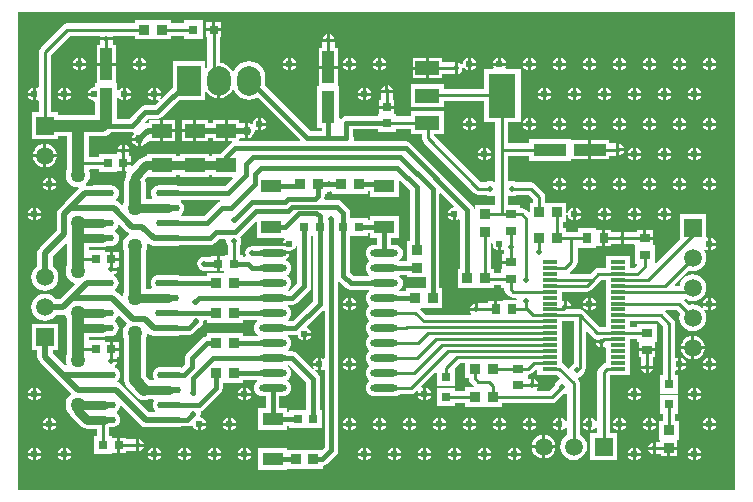
<source format=gtl>
G04*
G04 #@! TF.GenerationSoftware,Altium Limited,Altium Designer,18.1.9 (240)*
G04*
G04 Layer_Physical_Order=1*
G04 Layer_Color=255*
%FSLAX25Y25*%
%MOIN*%
G70*
G01*
G75*
%ADD12C,0.01000*%
%ADD17R,0.04331X0.11024*%
%ADD18R,0.11024X0.04331*%
%ADD19R,0.06697X0.04754*%
%ADD20O,0.08014X0.02260*%
%ADD21R,0.07874X0.04724*%
%ADD22R,0.09055X0.14961*%
%ADD23R,0.03000X0.03000*%
%ADD24R,0.03175X0.03402*%
%ADD25R,0.03150X0.03150*%
%ADD26R,0.06693X0.04331*%
%ADD27R,0.05118X0.01181*%
%ADD28R,0.03402X0.03175*%
%ADD29R,0.03543X0.03150*%
%ADD30R,0.03150X0.03150*%
%ADD31R,0.03150X0.03543*%
%ADD32R,0.03000X0.03000*%
%ADD33O,0.09291X0.02343*%
%ADD56C,0.01500*%
%ADD57C,0.04000*%
%ADD58C,0.03000*%
%ADD59C,0.02000*%
%ADD60C,0.05906*%
%ADD61R,0.05906X0.05906*%
%ADD62R,0.07874X0.09843*%
%ADD63O,0.07874X0.09843*%
%ADD64R,0.05906X0.05906*%
%ADD65C,0.02000*%
%ADD66C,0.02400*%
%ADD67C,0.03000*%
%ADD68C,0.05000*%
G36*
X543500Y407500D02*
Y248000D01*
X304500D01*
X304500Y407500D01*
X543500D01*
X543500Y407500D01*
D02*
G37*
%LPC*%
G36*
X372275Y404075D02*
X370200D01*
Y402000D01*
X372275D01*
Y404075D01*
D02*
G37*
G36*
X369200D02*
X367125D01*
Y402000D01*
X369200D01*
Y404075D01*
D02*
G37*
G36*
X408500Y399940D02*
Y398500D01*
X409940D01*
X409884Y398780D01*
X409442Y399442D01*
X408780Y399884D01*
X408500Y399940D01*
D02*
G37*
G36*
X407500D02*
X407220Y399884D01*
X406558Y399442D01*
X406116Y398780D01*
X406060Y398500D01*
X407500D01*
Y399940D01*
D02*
G37*
G36*
X535500Y392144D02*
Y390500D01*
X537144D01*
X537072Y390858D01*
X536586Y391586D01*
X535858Y392072D01*
X535500Y392144D01*
D02*
G37*
G36*
X534500D02*
X534142Y392072D01*
X533414Y391586D01*
X532928Y390858D01*
X532856Y390500D01*
X534500D01*
Y392144D01*
D02*
G37*
G36*
X525500D02*
Y390500D01*
X527144D01*
X527072Y390858D01*
X526586Y391586D01*
X525858Y392072D01*
X525500Y392144D01*
D02*
G37*
G36*
X524500D02*
X524142Y392072D01*
X523414Y391586D01*
X522928Y390858D01*
X522856Y390500D01*
X524500D01*
Y392144D01*
D02*
G37*
G36*
X515500D02*
Y390500D01*
X517144D01*
X517072Y390858D01*
X516586Y391586D01*
X515858Y392072D01*
X515500Y392144D01*
D02*
G37*
G36*
X514500D02*
X514142Y392072D01*
X513414Y391586D01*
X512928Y390858D01*
X512856Y390500D01*
X514500D01*
Y392144D01*
D02*
G37*
G36*
X505500D02*
Y390500D01*
X507144D01*
X507072Y390858D01*
X506586Y391586D01*
X505858Y392072D01*
X505500Y392144D01*
D02*
G37*
G36*
X504500D02*
X504142Y392072D01*
X503414Y391586D01*
X502928Y390858D01*
X502856Y390500D01*
X504500D01*
Y392144D01*
D02*
G37*
G36*
X495500D02*
Y390500D01*
X497144D01*
X497072Y390858D01*
X496586Y391586D01*
X495858Y392072D01*
X495500Y392144D01*
D02*
G37*
G36*
X494500D02*
X494142Y392072D01*
X493414Y391586D01*
X492928Y390858D01*
X492856Y390500D01*
X494500D01*
Y392144D01*
D02*
G37*
G36*
X485500D02*
Y390500D01*
X487144D01*
X487072Y390858D01*
X486586Y391586D01*
X485858Y392072D01*
X485500Y392144D01*
D02*
G37*
G36*
X484500D02*
X484142Y392072D01*
X483414Y391586D01*
X482928Y390858D01*
X482856Y390500D01*
X484500D01*
Y392144D01*
D02*
G37*
G36*
X475500D02*
Y390500D01*
X477144D01*
X477072Y390858D01*
X476586Y391586D01*
X475858Y392072D01*
X475500Y392144D01*
D02*
G37*
G36*
X474500D02*
X474142Y392072D01*
X473414Y391586D01*
X472928Y390858D01*
X472856Y390500D01*
X474500D01*
Y392144D01*
D02*
G37*
G36*
X465500D02*
Y390500D01*
X467144D01*
X467072Y390858D01*
X466586Y391586D01*
X465858Y392072D01*
X465500Y392144D01*
D02*
G37*
G36*
X464500D02*
X464142Y392072D01*
X463414Y391586D01*
X462928Y390858D01*
X462856Y390500D01*
X464500D01*
Y392144D01*
D02*
G37*
G36*
X455500D02*
Y390500D01*
X457144D01*
X457072Y390858D01*
X456586Y391586D01*
X455858Y392072D01*
X455500Y392144D01*
D02*
G37*
G36*
X425500D02*
Y390500D01*
X427144D01*
X427072Y390858D01*
X426586Y391586D01*
X425858Y392072D01*
X425500Y392144D01*
D02*
G37*
G36*
X424500D02*
X424142Y392072D01*
X423414Y391586D01*
X422928Y390858D01*
X422856Y390500D01*
X424500D01*
Y392144D01*
D02*
G37*
G36*
X415500D02*
Y390500D01*
X417144D01*
X417072Y390858D01*
X416586Y391586D01*
X415858Y392072D01*
X415500Y392144D01*
D02*
G37*
G36*
X414500D02*
X414142Y392072D01*
X413414Y391586D01*
X412928Y390858D01*
X412856Y390500D01*
X414500D01*
Y392144D01*
D02*
G37*
G36*
X395500D02*
Y390500D01*
X397144D01*
X397072Y390858D01*
X396586Y391586D01*
X395858Y392072D01*
X395500Y392144D01*
D02*
G37*
G36*
X394500D02*
X394142Y392072D01*
X393414Y391586D01*
X392928Y390858D01*
X392856Y390500D01*
X394500D01*
Y392144D01*
D02*
G37*
G36*
X345500D02*
Y390500D01*
X347144D01*
X347072Y390858D01*
X346586Y391586D01*
X345858Y392072D01*
X345500Y392144D01*
D02*
G37*
G36*
X344500D02*
X344142Y392072D01*
X343414Y391586D01*
X342928Y390858D01*
X342856Y390500D01*
X344500D01*
Y392144D01*
D02*
G37*
G36*
X325500D02*
Y390500D01*
X327144D01*
X327072Y390858D01*
X326586Y391586D01*
X325858Y392072D01*
X325500Y392144D01*
D02*
G37*
G36*
X324500D02*
X324142Y392072D01*
X323414Y391586D01*
X322928Y390858D01*
X322856Y390500D01*
X324500D01*
Y392144D01*
D02*
G37*
G36*
X336039Y398000D02*
X331961D01*
Y396360D01*
X330835D01*
Y390348D01*
X334000D01*
X337165D01*
Y396360D01*
X336039D01*
Y398000D01*
D02*
G37*
G36*
X454500Y392144D02*
X454142Y392072D01*
X453414Y391586D01*
X452928Y390858D01*
X452757Y390000D01*
X452786Y389854D01*
X452315Y389659D01*
X452052Y390052D01*
X451391Y390494D01*
X451110Y390550D01*
Y388610D01*
Y386670D01*
X451391Y386726D01*
X452052Y387168D01*
X452494Y387830D01*
X452649Y388610D01*
X452636Y388678D01*
X453107Y388873D01*
X453414Y388414D01*
X454142Y387928D01*
X454500Y387856D01*
Y390000D01*
Y392144D01*
D02*
G37*
G36*
X410039Y397500D02*
X405961D01*
Y395360D01*
X404835D01*
Y389348D01*
X408000D01*
X411165D01*
Y395360D01*
X410039D01*
Y397500D01*
D02*
G37*
G36*
X440500Y391917D02*
X436063D01*
Y389055D01*
X440500D01*
Y391917D01*
D02*
G37*
G36*
X537144Y389500D02*
X535500D01*
Y387856D01*
X535858Y387928D01*
X536586Y388414D01*
X537072Y389142D01*
X537144Y389500D01*
D02*
G37*
G36*
X534500D02*
X532856D01*
X532928Y389142D01*
X533414Y388414D01*
X534142Y387928D01*
X534500Y387856D01*
Y389500D01*
D02*
G37*
G36*
X527144D02*
X525500D01*
Y387856D01*
X525858Y387928D01*
X526586Y388414D01*
X527072Y389142D01*
X527144Y389500D01*
D02*
G37*
G36*
X524500D02*
X522856D01*
X522928Y389142D01*
X523414Y388414D01*
X524142Y387928D01*
X524500Y387856D01*
Y389500D01*
D02*
G37*
G36*
X517144D02*
X515500D01*
Y387856D01*
X515858Y387928D01*
X516586Y388414D01*
X517072Y389142D01*
X517144Y389500D01*
D02*
G37*
G36*
X514500D02*
X512856D01*
X512928Y389142D01*
X513414Y388414D01*
X514142Y387928D01*
X514500Y387856D01*
Y389500D01*
D02*
G37*
G36*
X507144D02*
X505500D01*
Y387856D01*
X505858Y387928D01*
X506586Y388414D01*
X507072Y389142D01*
X507144Y389500D01*
D02*
G37*
G36*
X504500D02*
X502856D01*
X502928Y389142D01*
X503414Y388414D01*
X504142Y387928D01*
X504500Y387856D01*
Y389500D01*
D02*
G37*
G36*
X497144D02*
X495500D01*
Y387856D01*
X495858Y387928D01*
X496586Y388414D01*
X497072Y389142D01*
X497144Y389500D01*
D02*
G37*
G36*
X494500D02*
X492856D01*
X492928Y389142D01*
X493414Y388414D01*
X494142Y387928D01*
X494500Y387856D01*
Y389500D01*
D02*
G37*
G36*
X487144D02*
X485500D01*
Y387856D01*
X485858Y387928D01*
X486586Y388414D01*
X487072Y389142D01*
X487144Y389500D01*
D02*
G37*
G36*
X484500D02*
X482856D01*
X482928Y389142D01*
X483414Y388414D01*
X484142Y387928D01*
X484500Y387856D01*
Y389500D01*
D02*
G37*
G36*
X477144D02*
X475500D01*
Y387856D01*
X475858Y387928D01*
X476586Y388414D01*
X477072Y389142D01*
X477144Y389500D01*
D02*
G37*
G36*
X474500D02*
X472856D01*
X472928Y389142D01*
X473414Y388414D01*
X474142Y387928D01*
X474500Y387856D01*
Y389500D01*
D02*
G37*
G36*
X457144D02*
X455500D01*
Y387856D01*
X455858Y387928D01*
X456586Y388414D01*
X457072Y389142D01*
X457144Y389500D01*
D02*
G37*
G36*
X427144D02*
X425500D01*
Y387856D01*
X425858Y387928D01*
X426586Y388414D01*
X427072Y389142D01*
X427144Y389500D01*
D02*
G37*
G36*
X424500D02*
X422856D01*
X422928Y389142D01*
X423414Y388414D01*
X424142Y387928D01*
X424500Y387856D01*
Y389500D01*
D02*
G37*
G36*
X417144D02*
X415500D01*
Y387856D01*
X415858Y387928D01*
X416586Y388414D01*
X417072Y389142D01*
X417144Y389500D01*
D02*
G37*
G36*
X414500D02*
X412856D01*
X412928Y389142D01*
X413414Y388414D01*
X414142Y387928D01*
X414500Y387856D01*
Y389500D01*
D02*
G37*
G36*
X397144D02*
X395500D01*
Y387856D01*
X395858Y387928D01*
X396586Y388414D01*
X397072Y389142D01*
X397144Y389500D01*
D02*
G37*
G36*
X394500D02*
X392856D01*
X392928Y389142D01*
X393414Y388414D01*
X394142Y387928D01*
X394500Y387856D01*
Y389500D01*
D02*
G37*
G36*
X347144D02*
X345500D01*
Y387856D01*
X345858Y387928D01*
X346586Y388414D01*
X347072Y389142D01*
X347144Y389500D01*
D02*
G37*
G36*
X344500D02*
X342856D01*
X342928Y389142D01*
X343414Y388414D01*
X344142Y387928D01*
X344500Y387856D01*
Y389500D01*
D02*
G37*
G36*
X327144D02*
X325500D01*
Y387856D01*
X325858Y387928D01*
X326586Y388414D01*
X327072Y389142D01*
X327144Y389500D01*
D02*
G37*
G36*
X324500D02*
X322856D01*
X322928Y389142D01*
X323414Y388414D01*
X324142Y387928D01*
X324500Y387856D01*
Y389500D01*
D02*
G37*
G36*
X445937Y391917D02*
X441500D01*
Y388555D01*
Y385193D01*
X445937D01*
Y386571D01*
X450110D01*
Y388610D01*
Y390649D01*
X445937D01*
Y391917D01*
D02*
G37*
G36*
X440500Y388055D02*
X436063D01*
Y385193D01*
X440500D01*
Y388055D01*
D02*
G37*
G36*
X355588Y404701D02*
X343481D01*
Y403539D01*
X321000D01*
X320220Y403384D01*
X319558Y402942D01*
X312058Y395442D01*
X311616Y394780D01*
X311461Y394000D01*
Y382200D01*
X311020Y381964D01*
X310858Y382072D01*
X310500Y382144D01*
Y380000D01*
Y377856D01*
X310858Y377928D01*
X311020Y378035D01*
X311461Y377800D01*
Y373953D01*
X309047D01*
Y365047D01*
X317953D01*
Y365970D01*
X320970D01*
Y357000D01*
Y354930D01*
X320603Y354044D01*
X320465Y353000D01*
X320603Y351956D01*
X321006Y350983D01*
X321647Y350147D01*
X322483Y349506D01*
X323456Y349103D01*
X324500Y348966D01*
X324677Y348989D01*
X324910Y348515D01*
X320198Y343802D01*
X318198Y341802D01*
X317645Y340975D01*
X317451Y340000D01*
Y334556D01*
X311698Y328802D01*
X311145Y327976D01*
X310951Y327000D01*
Y322657D01*
X310324Y322176D01*
X309611Y321246D01*
X309162Y320162D01*
X309009Y319000D01*
X309162Y317838D01*
X309611Y316754D01*
X310324Y315824D01*
X311254Y315110D01*
X312338Y314662D01*
X313500Y314509D01*
X314662Y314662D01*
X315746Y315110D01*
X316676Y315824D01*
X317389Y316754D01*
X317838Y317838D01*
X317991Y319000D01*
X317838Y320162D01*
X317389Y321246D01*
X316676Y322176D01*
X316049Y322657D01*
Y325944D01*
X320508Y330403D01*
X320970Y330212D01*
Y325000D01*
Y322930D01*
X320603Y322044D01*
X320465Y321000D01*
X320603Y319956D01*
X321006Y318983D01*
X321647Y318147D01*
X322483Y317506D01*
X323327Y317156D01*
X323519Y316641D01*
X320681Y313802D01*
X318427Y311549D01*
X317157D01*
X316676Y312176D01*
X315746Y312890D01*
X314662Y313338D01*
X313500Y313491D01*
X312338Y313338D01*
X311254Y312890D01*
X310324Y312176D01*
X309611Y311246D01*
X309162Y310162D01*
X309009Y309000D01*
X309162Y307838D01*
X309611Y306754D01*
X310324Y305824D01*
X311254Y305111D01*
X312338Y304662D01*
X313500Y304509D01*
X314662Y304662D01*
X315746Y305111D01*
X316676Y305824D01*
X317157Y306451D01*
X319483D01*
X320019Y306558D01*
X320575Y306167D01*
X320603Y305956D01*
X320970Y305070D01*
Y302000D01*
Y295000D01*
Y293430D01*
X320603Y292544D01*
X320465Y291500D01*
X320603Y290456D01*
X320845Y289871D01*
X320560Y289315D01*
X320336Y289269D01*
X316049Y293556D01*
Y294547D01*
X317953D01*
Y303453D01*
X309047D01*
Y294547D01*
X310951D01*
Y292500D01*
X311145Y291525D01*
X311698Y290698D01*
X317698Y284698D01*
X322168Y280227D01*
X322136Y279728D01*
X321647Y279353D01*
X321006Y278517D01*
X320603Y277544D01*
X320465Y276500D01*
X320603Y275456D01*
X321006Y274483D01*
X321574Y273743D01*
X321577Y273717D01*
X321880Y272987D01*
X322360Y272360D01*
X325360Y269360D01*
X325987Y268880D01*
X326717Y268577D01*
X327500Y268474D01*
X330902D01*
Y266000D01*
X329941D01*
Y260000D01*
X335941D01*
Y260500D01*
X337559D01*
Y263000D01*
Y265500D01*
X335941D01*
Y266000D01*
X334980D01*
Y268847D01*
X335980D01*
X336667Y268938D01*
X337307Y269203D01*
X337856Y269624D01*
X338278Y270174D01*
X338543Y270813D01*
X338633Y271500D01*
X338543Y272186D01*
X338278Y272826D01*
X337856Y273376D01*
X337421Y273709D01*
X337377Y273901D01*
Y274099D01*
X337421Y274291D01*
X337856Y274624D01*
X338278Y275174D01*
X338543Y275814D01*
X338554Y275900D01*
X339027Y276061D01*
X345391Y269698D01*
X346218Y269145D01*
X347193Y268951D01*
X351301D01*
X351333Y268938D01*
X352020Y268847D01*
X357774D01*
X358460Y268938D01*
X359100Y269203D01*
X359104Y269206D01*
X361000D01*
X361878Y269380D01*
X362313Y269671D01*
X362868Y269441D01*
X362928Y269142D01*
X363414Y268414D01*
X364142Y267928D01*
X364500Y267856D01*
Y270000D01*
X365000D01*
Y270500D01*
X367144D01*
X367072Y270858D01*
X366586Y271586D01*
X365858Y272072D01*
X365514Y272141D01*
X365355Y272525D01*
X365549Y273500D01*
X365393Y274284D01*
X365878Y274380D01*
X366622Y274878D01*
X372122Y280378D01*
X372620Y281122D01*
X372794Y282000D01*
Y283816D01*
X379519D01*
Y284723D01*
X384221D01*
X384387Y284233D01*
X384381Y284215D01*
X383998Y283922D01*
X383570Y283364D01*
X383301Y282714D01*
X383209Y282017D01*
X383301Y281320D01*
X383570Y280670D01*
X383998Y280112D01*
X384556Y279684D01*
X385206Y279415D01*
X385904Y279323D01*
X387084D01*
Y275358D01*
X384531D01*
Y268027D01*
X394224D01*
Y269399D01*
X394847D01*
Y268693D01*
X405966D01*
Y274693D01*
X405260D01*
Y285000D01*
X405085Y285878D01*
X404588Y286622D01*
X403364Y287846D01*
X403683Y288234D01*
X404142Y287928D01*
X404500Y287856D01*
Y289500D01*
X402856D01*
X402928Y289142D01*
X403234Y288683D01*
X402846Y288364D01*
X397571Y293639D01*
X396827Y294137D01*
X395949Y294311D01*
X394535D01*
X394369Y294801D01*
X394375Y294819D01*
X394758Y295112D01*
X395186Y295670D01*
X395455Y296320D01*
X395547Y297017D01*
X395455Y297714D01*
X395186Y298364D01*
X394758Y298922D01*
X394375Y299215D01*
X394369Y299233D01*
X394535Y299723D01*
X396986D01*
X397781Y299881D01*
X397928Y299142D01*
X398414Y298414D01*
X399142Y297928D01*
X399500Y297856D01*
Y300000D01*
X400000D01*
Y300500D01*
X402144D01*
X402072Y300858D01*
X401586Y301586D01*
X400939Y302019D01*
X400773Y302560D01*
X406206Y307993D01*
X406706Y307786D01*
Y292107D01*
X406206Y291840D01*
X405858Y292072D01*
X405500Y292144D01*
Y290000D01*
Y287856D01*
X405858Y287928D01*
X406206Y288160D01*
X406706Y287893D01*
Y262257D01*
X405957Y261508D01*
X394224D01*
Y261972D01*
X384531D01*
Y254642D01*
X394224D01*
Y255106D01*
X406053D01*
Y256023D01*
X406878Y256187D01*
X407622Y256685D01*
X410622Y259685D01*
X411119Y260429D01*
X411294Y261307D01*
Y317254D01*
X411794Y317462D01*
X413861Y315395D01*
X414605Y314898D01*
X415483Y314723D01*
X421465D01*
X421631Y314233D01*
X421625Y314215D01*
X421242Y313922D01*
X420814Y313364D01*
X420545Y312714D01*
X420453Y312017D01*
X420545Y311320D01*
X420814Y310670D01*
X421242Y310112D01*
X421625Y309819D01*
X421661Y309723D01*
Y309311D01*
X421625Y309215D01*
X421242Y308922D01*
X420814Y308364D01*
X420545Y307714D01*
X420453Y307017D01*
X420545Y306320D01*
X420814Y305670D01*
X421242Y305112D01*
X421625Y304819D01*
X421661Y304723D01*
Y304311D01*
X421625Y304215D01*
X421242Y303922D01*
X420814Y303364D01*
X420545Y302714D01*
X420453Y302017D01*
X420545Y301320D01*
X420814Y300670D01*
X421242Y300112D01*
X421625Y299819D01*
X421661Y299723D01*
Y299311D01*
X421625Y299215D01*
X421242Y298922D01*
X420814Y298364D01*
X420545Y297714D01*
X420453Y297017D01*
X420545Y296320D01*
X420814Y295670D01*
X421242Y295112D01*
X421625Y294819D01*
X421661Y294723D01*
Y294311D01*
X421625Y294215D01*
X421242Y293922D01*
X420814Y293364D01*
X420545Y292714D01*
X420453Y292017D01*
X420545Y291320D01*
X420814Y290670D01*
X421242Y290112D01*
X421625Y289819D01*
X421661Y289723D01*
Y289311D01*
X421625Y289215D01*
X421242Y288922D01*
X420814Y288364D01*
X420545Y287714D01*
X420453Y287017D01*
X420545Y286320D01*
X420814Y285670D01*
X421242Y285112D01*
X421625Y284819D01*
X421661Y284723D01*
Y284311D01*
X421625Y284215D01*
X421242Y283922D01*
X420814Y283364D01*
X420545Y282714D01*
X420453Y282017D01*
X420545Y281320D01*
X420814Y280670D01*
X421242Y280112D01*
X421801Y279684D01*
X422450Y279415D01*
X423148Y279323D01*
X430096D01*
X430794Y279415D01*
X431444Y279684D01*
X431827Y279978D01*
X435517D01*
X436297Y280133D01*
X436959Y280575D01*
X437452Y281069D01*
X437901Y280862D01*
X437922Y280831D01*
X437856Y280500D01*
X439500D01*
Y282144D01*
X439169Y282078D01*
X439138Y282099D01*
X438932Y282548D01*
X443669Y287285D01*
X444131Y287094D01*
Y282625D01*
X450281D01*
Y288775D01*
X450281Y288775D01*
X450281D01*
X450541Y289157D01*
X451788Y290404D01*
X453687D01*
Y285299D01*
X454736D01*
Y285225D01*
X454891Y284445D01*
X455333Y283783D01*
X456415Y282701D01*
X456214Y282201D01*
X453687D01*
Y281039D01*
X450281D01*
Y282075D01*
X444131D01*
Y275925D01*
X450281D01*
Y276961D01*
X453687D01*
Y275799D01*
X465793D01*
Y276961D01*
X482500D01*
X483280Y277116D01*
X483942Y277558D01*
X486418Y280034D01*
X486975Y280145D01*
X487237Y280320D01*
X487678Y280084D01*
Y270378D01*
X487178Y270329D01*
X487072Y270858D01*
X486586Y271586D01*
X485858Y272072D01*
X485500Y272144D01*
Y270000D01*
Y267856D01*
X485858Y267928D01*
X486586Y268414D01*
X487072Y269142D01*
X487178Y269671D01*
X487678Y269622D01*
Y266475D01*
X487471Y266389D01*
X486541Y265676D01*
X485827Y264746D01*
X485379Y263662D01*
X485226Y262500D01*
X485379Y261338D01*
X485827Y260254D01*
X486541Y259324D01*
X487471Y258611D01*
X488554Y258162D01*
X489717Y258009D01*
X490879Y258162D01*
X491962Y258611D01*
X492893Y259324D01*
X493606Y260254D01*
X494055Y261338D01*
X494208Y262500D01*
X494055Y263662D01*
X493606Y264746D01*
X492893Y265676D01*
X491962Y266389D01*
X491756Y266475D01*
Y283800D01*
X491756Y283800D01*
X491601Y284581D01*
X491318Y285004D01*
X491520Y285549D01*
X491529Y285556D01*
X491975Y285645D01*
X492802Y286198D01*
X493355Y287024D01*
X493501Y287757D01*
X493661Y287997D01*
X493816Y288777D01*
Y300647D01*
X494278Y300838D01*
X496237Y298879D01*
X496899Y298437D01*
X497065Y298404D01*
X497116Y298280D01*
X497060Y298000D01*
X499000D01*
Y297500D01*
X499500D01*
Y295560D01*
X499780Y295616D01*
X499983Y295751D01*
X500483Y295484D01*
Y290443D01*
X500229Y290393D01*
X499567Y289951D01*
X498275Y288659D01*
X497833Y287997D01*
X497678Y287217D01*
Y270378D01*
X497178Y270329D01*
X497072Y270858D01*
X496586Y271586D01*
X495858Y272072D01*
X495500Y272144D01*
Y270000D01*
Y267856D01*
X495858Y267928D01*
X496586Y268414D01*
X497072Y269142D01*
X497178Y269671D01*
X497678Y269622D01*
Y266953D01*
X495264D01*
Y258047D01*
X504170D01*
Y266953D01*
X501756D01*
Y286372D01*
X501802Y286419D01*
X508601D01*
Y288384D01*
X508604D01*
Y292565D01*
X508601D01*
Y294299D01*
X508608D01*
Y298282D01*
X510934D01*
Y297246D01*
X511434D01*
Y295310D01*
X514206D01*
X516978D01*
Y297246D01*
X517478D01*
Y303396D01*
X510934D01*
Y302360D01*
X508603D01*
Y304188D01*
X517928D01*
X519461Y302655D01*
Y286309D01*
X518425D01*
Y280160D01*
X524575D01*
Y286309D01*
X523539D01*
Y287800D01*
X523980Y288035D01*
X524142Y287928D01*
X524500Y287856D01*
Y290000D01*
Y292144D01*
X524142Y292072D01*
X523980Y291965D01*
X523539Y292200D01*
Y303500D01*
X523384Y304280D01*
X522942Y304942D01*
X520259Y307625D01*
X520282Y307809D01*
X520433Y308125D01*
X523991D01*
X525247Y306869D01*
X525162Y306662D01*
X525009Y305500D01*
X525162Y304338D01*
X525610Y303254D01*
X526324Y302324D01*
X527254Y301610D01*
X528338Y301162D01*
X529500Y301009D01*
X530662Y301162D01*
X531746Y301610D01*
X532676Y302324D01*
X533390Y303254D01*
X533838Y304338D01*
X533991Y305500D01*
X533838Y306662D01*
X533390Y307746D01*
X533258Y307916D01*
X533605Y308286D01*
X534142Y307928D01*
X534500Y307856D01*
Y309500D01*
X532856D01*
X532928Y309142D01*
X532967Y309082D01*
X532597Y308736D01*
X531746Y309389D01*
X530662Y309838D01*
X529500Y309991D01*
X528338Y309838D01*
X528131Y309753D01*
X526602Y311282D01*
X526773Y311818D01*
X526947Y311847D01*
X527254Y311611D01*
X528338Y311162D01*
X529500Y311009D01*
X530662Y311162D01*
X531746Y311611D01*
X532676Y312324D01*
X533390Y313254D01*
X533838Y314338D01*
X533991Y315500D01*
X533838Y316662D01*
X533390Y317746D01*
X532676Y318676D01*
X531746Y319390D01*
X530662Y319838D01*
X529500Y319991D01*
X528338Y319838D01*
X527254Y319390D01*
X526324Y318676D01*
X525610Y317746D01*
X525162Y316662D01*
X525093Y316140D01*
X523677D01*
X523486Y316602D01*
X528131Y321247D01*
X528338Y321162D01*
X529500Y321009D01*
X530662Y321162D01*
X531746Y321610D01*
X532676Y322324D01*
X533390Y323254D01*
X533838Y324338D01*
X533991Y325500D01*
X533838Y326662D01*
X533390Y327746D01*
X533258Y327917D01*
X533605Y328286D01*
X534142Y327928D01*
X534500Y327856D01*
Y330000D01*
Y332144D01*
X534453Y332134D01*
X533953Y332502D01*
Y339953D01*
X525047D01*
Y331431D01*
X517272Y323656D01*
X516772Y323863D01*
Y329553D01*
X516272D01*
Y331489D01*
X513500D01*
Y331989D01*
X513000D01*
Y334564D01*
X510728D01*
Y334028D01*
X506430D01*
Y331989D01*
Y329950D01*
X509980D01*
X510228Y329553D01*
Y323403D01*
X510812D01*
X511019Y322903D01*
X510161Y322045D01*
X508603D01*
Y326033D01*
X500485D01*
Y322045D01*
X498006D01*
X497226Y321890D01*
X496564Y321448D01*
X495189Y320073D01*
X488631D01*
X488480Y320389D01*
X488457Y320573D01*
X490442Y322558D01*
X490884Y323220D01*
X491039Y324000D01*
Y328255D01*
X491131Y328717D01*
X497281D01*
Y329217D01*
X499217D01*
Y331989D01*
Y334761D01*
X497281D01*
Y335261D01*
X491131D01*
Y334098D01*
X487293D01*
Y335260D01*
X486245D01*
Y337358D01*
X487293D01*
Y339768D01*
X487793Y339817D01*
X487815Y339707D01*
X487928Y339142D01*
X488414Y338414D01*
X489142Y337928D01*
X489500Y337856D01*
Y340000D01*
Y342144D01*
X489142Y342072D01*
X488414Y341586D01*
X487928Y340858D01*
X487815Y340293D01*
X487793Y340183D01*
X487293Y340232D01*
Y343759D01*
X480314D01*
Y345725D01*
X480159Y346506D01*
X479717Y347167D01*
X476942Y349942D01*
X476280Y350384D01*
X475500Y350539D01*
X470654D01*
X470181Y350855D01*
X469206Y351049D01*
X468230Y350855D01*
X468180Y350821D01*
X467739Y351057D01*
Y359461D01*
X474951D01*
Y357835D01*
X488975D01*
Y358334D01*
X494537D01*
Y361500D01*
Y364665D01*
X488975D01*
Y365165D01*
X474951D01*
Y363539D01*
X467739D01*
Y370520D01*
X472027D01*
Y388480D01*
X467161D01*
X466925Y388921D01*
X467072Y389142D01*
X467144Y389500D01*
X462856D01*
X462928Y389142D01*
X463075Y388921D01*
X462839Y388480D01*
X459972D01*
Y381594D01*
X446437D01*
Y383362D01*
X435563D01*
Y375638D01*
X446437D01*
Y377516D01*
X459972D01*
Y370520D01*
X463661D01*
Y361500D01*
Y350927D01*
X463220Y350692D01*
X462976Y350855D01*
X462000Y351049D01*
X461025Y350855D01*
X460552Y350539D01*
X458845D01*
X443339Y366045D01*
Y366583D01*
X446437D01*
Y374307D01*
X435563D01*
Y372539D01*
X430500D01*
Y373500D01*
X430000D01*
Y375118D01*
X427500D01*
X425000D01*
Y373500D01*
X424500D01*
Y372794D01*
X414000D01*
X413122Y372620D01*
X412378Y372122D01*
X412165Y371804D01*
X411665Y371956D01*
Y382786D01*
X411165D01*
Y388348D01*
X408000D01*
X404835D01*
Y382786D01*
X404335D01*
Y368762D01*
X405706D01*
Y367794D01*
X401950D01*
X386896Y382848D01*
X386984Y383516D01*
Y385484D01*
X386797Y386904D01*
X386249Y388226D01*
X385378Y389362D01*
X384242Y390233D01*
X382919Y390781D01*
X381500Y390968D01*
X380081Y390781D01*
X378758Y390233D01*
X377622Y389362D01*
X376751Y388226D01*
X376479Y387571D01*
X375979Y387571D01*
X375813Y387974D01*
X375021Y389005D01*
X373990Y389797D01*
X372789Y390294D01*
X371739Y390432D01*
Y398925D01*
X372275D01*
Y401000D01*
X369700D01*
X367125D01*
Y398925D01*
X367661D01*
Y388717D01*
X367437Y388520D01*
X366937Y388746D01*
Y390921D01*
X356063D01*
Y382307D01*
X352223Y378468D01*
X351835Y378786D01*
X352072Y379142D01*
X352144Y379500D01*
X350500D01*
Y377856D01*
X350858Y377928D01*
X351214Y378165D01*
X351532Y377777D01*
X350050Y376294D01*
X347000D01*
X346122Y376119D01*
X345378Y375622D01*
X341550Y371794D01*
X337666D01*
Y378634D01*
X338165Y378786D01*
X338414Y378414D01*
X339142Y377928D01*
X339500Y377856D01*
Y380000D01*
Y382144D01*
X339142Y382072D01*
X338414Y381586D01*
X338165Y381214D01*
X337666Y381366D01*
Y383786D01*
X337165D01*
Y389348D01*
X334000D01*
X330835D01*
Y383786D01*
X330335D01*
Y382518D01*
X330000Y382243D01*
X329142Y382072D01*
X328414Y381586D01*
X327928Y380858D01*
X327856Y380500D01*
X330000D01*
Y379500D01*
X327856D01*
X327928Y379142D01*
X328414Y378414D01*
X329142Y377928D01*
X330000Y377757D01*
X330335Y377482D01*
Y373030D01*
X317953D01*
Y373953D01*
X315539D01*
Y393155D01*
X321845Y399461D01*
X331681D01*
X332024Y399000D01*
X335977D01*
X336319Y399461D01*
X343481D01*
Y398299D01*
X355588D01*
Y399461D01*
X359925D01*
Y398425D01*
X366075D01*
Y404575D01*
X359925D01*
Y403539D01*
X355588D01*
Y404701D01*
D02*
G37*
G36*
X428000Y382940D02*
Y381500D01*
X429440D01*
X429384Y381780D01*
X428942Y382442D01*
X428280Y382884D01*
X428000Y382940D01*
D02*
G37*
G36*
X427000D02*
X426720Y382884D01*
X426058Y382442D01*
X425616Y381780D01*
X425560Y381500D01*
X427000D01*
Y382940D01*
D02*
G37*
G36*
X530500Y382144D02*
Y380500D01*
X532144D01*
X532072Y380858D01*
X531586Y381586D01*
X530858Y382072D01*
X530500Y382144D01*
D02*
G37*
G36*
X529500D02*
X529142Y382072D01*
X528414Y381586D01*
X527928Y380858D01*
X527856Y380500D01*
X529500D01*
Y382144D01*
D02*
G37*
G36*
X520500D02*
Y380500D01*
X522144D01*
X522072Y380858D01*
X521586Y381586D01*
X520858Y382072D01*
X520500Y382144D01*
D02*
G37*
G36*
X519500D02*
X519142Y382072D01*
X518414Y381586D01*
X517928Y380858D01*
X517856Y380500D01*
X519500D01*
Y382144D01*
D02*
G37*
G36*
X510500D02*
Y380500D01*
X512144D01*
X512072Y380858D01*
X511586Y381586D01*
X510858Y382072D01*
X510500Y382144D01*
D02*
G37*
G36*
X509500D02*
X509142Y382072D01*
X508414Y381586D01*
X507928Y380858D01*
X507856Y380500D01*
X509500D01*
Y382144D01*
D02*
G37*
G36*
X500500D02*
Y380500D01*
X502144D01*
X502072Y380858D01*
X501586Y381586D01*
X500858Y382072D01*
X500500Y382144D01*
D02*
G37*
G36*
X499500D02*
X499142Y382072D01*
X498414Y381586D01*
X497928Y380858D01*
X497856Y380500D01*
X499500D01*
Y382144D01*
D02*
G37*
G36*
X490500D02*
Y380500D01*
X492144D01*
X492072Y380858D01*
X491586Y381586D01*
X490858Y382072D01*
X490500Y382144D01*
D02*
G37*
G36*
X489500D02*
X489142Y382072D01*
X488414Y381586D01*
X487928Y380858D01*
X487856Y380500D01*
X489500D01*
Y382144D01*
D02*
G37*
G36*
X480500D02*
Y380500D01*
X482144D01*
X482072Y380858D01*
X481586Y381586D01*
X480858Y382072D01*
X480500Y382144D01*
D02*
G37*
G36*
X479500D02*
X479142Y382072D01*
X478414Y381586D01*
X477928Y380858D01*
X477856Y380500D01*
X479500D01*
Y382144D01*
D02*
G37*
G36*
X420500D02*
Y380500D01*
X422144D01*
X422072Y380858D01*
X421586Y381586D01*
X420858Y382072D01*
X420500Y382144D01*
D02*
G37*
G36*
X419500D02*
X419142Y382072D01*
X418414Y381586D01*
X417928Y380858D01*
X417856Y380500D01*
X419500D01*
Y382144D01*
D02*
G37*
G36*
X350500D02*
Y380500D01*
X352144D01*
X352072Y380858D01*
X351586Y381586D01*
X350858Y382072D01*
X350500Y382144D01*
D02*
G37*
G36*
X349500D02*
X349142Y382072D01*
X348414Y381586D01*
X347928Y380858D01*
X347856Y380500D01*
X349500D01*
Y382144D01*
D02*
G37*
G36*
X340500D02*
Y380500D01*
X342144D01*
X342072Y380858D01*
X341586Y381586D01*
X340858Y382072D01*
X340500Y382144D01*
D02*
G37*
G36*
X320500D02*
Y380500D01*
X322144D01*
X322072Y380858D01*
X321586Y381586D01*
X320858Y382072D01*
X320500Y382144D01*
D02*
G37*
G36*
X319500D02*
X319142Y382072D01*
X318414Y381586D01*
X317928Y380858D01*
X317856Y380500D01*
X319500D01*
Y382144D01*
D02*
G37*
G36*
X309500D02*
X309142Y382072D01*
X308414Y381586D01*
X307928Y380858D01*
X307856Y380500D01*
X309500D01*
Y382144D01*
D02*
G37*
G36*
X532144Y379500D02*
X530500D01*
Y377856D01*
X530858Y377928D01*
X531586Y378414D01*
X532072Y379142D01*
X532144Y379500D01*
D02*
G37*
G36*
X529500D02*
X527856D01*
X527928Y379142D01*
X528414Y378414D01*
X529142Y377928D01*
X529500Y377856D01*
Y379500D01*
D02*
G37*
G36*
X522144D02*
X520500D01*
Y377856D01*
X520858Y377928D01*
X521586Y378414D01*
X522072Y379142D01*
X522144Y379500D01*
D02*
G37*
G36*
X519500D02*
X517856D01*
X517928Y379142D01*
X518414Y378414D01*
X519142Y377928D01*
X519500Y377856D01*
Y379500D01*
D02*
G37*
G36*
X512144D02*
X510500D01*
Y377856D01*
X510858Y377928D01*
X511586Y378414D01*
X512072Y379142D01*
X512144Y379500D01*
D02*
G37*
G36*
X509500D02*
X507856D01*
X507928Y379142D01*
X508414Y378414D01*
X509142Y377928D01*
X509500Y377856D01*
Y379500D01*
D02*
G37*
G36*
X502144D02*
X500500D01*
Y377856D01*
X500858Y377928D01*
X501586Y378414D01*
X502072Y379142D01*
X502144Y379500D01*
D02*
G37*
G36*
X499500D02*
X497856D01*
X497928Y379142D01*
X498414Y378414D01*
X499142Y377928D01*
X499500Y377856D01*
Y379500D01*
D02*
G37*
G36*
X492144D02*
X490500D01*
Y377856D01*
X490858Y377928D01*
X491586Y378414D01*
X492072Y379142D01*
X492144Y379500D01*
D02*
G37*
G36*
X489500D02*
X487856D01*
X487928Y379142D01*
X488414Y378414D01*
X489142Y377928D01*
X489500Y377856D01*
Y379500D01*
D02*
G37*
G36*
X482144D02*
X480500D01*
Y377856D01*
X480858Y377928D01*
X481586Y378414D01*
X482072Y379142D01*
X482144Y379500D01*
D02*
G37*
G36*
X479500D02*
X477856D01*
X477928Y379142D01*
X478414Y378414D01*
X479142Y377928D01*
X479500Y377856D01*
Y379500D01*
D02*
G37*
G36*
X422144D02*
X420500D01*
Y377856D01*
X420858Y377928D01*
X421586Y378414D01*
X422072Y379142D01*
X422144Y379500D01*
D02*
G37*
G36*
X419500D02*
X417856D01*
X417928Y379142D01*
X418414Y378414D01*
X419142Y377928D01*
X419500Y377856D01*
Y379500D01*
D02*
G37*
G36*
X349500D02*
X347856D01*
X347928Y379142D01*
X348414Y378414D01*
X349142Y377928D01*
X349500Y377856D01*
Y379500D01*
D02*
G37*
G36*
X342144D02*
X340500D01*
Y377856D01*
X340858Y377928D01*
X341586Y378414D01*
X342072Y379142D01*
X342144Y379500D01*
D02*
G37*
G36*
X322144D02*
X320500D01*
Y377856D01*
X320858Y377928D01*
X321586Y378414D01*
X322072Y379142D01*
X322144Y379500D01*
D02*
G37*
G36*
X319500D02*
X317856D01*
X317928Y379142D01*
X318414Y378414D01*
X319142Y377928D01*
X319500Y377856D01*
Y379500D01*
D02*
G37*
G36*
X309500D02*
X307856D01*
X307928Y379142D01*
X308414Y378414D01*
X309142Y377928D01*
X309500Y377856D01*
Y379500D01*
D02*
G37*
G36*
X429539Y380500D02*
X425461D01*
Y378118D01*
X425000D01*
Y376118D01*
X427500D01*
X430000D01*
Y378118D01*
X429539D01*
Y380500D01*
D02*
G37*
G36*
X535500Y372144D02*
Y370500D01*
X537144D01*
X537072Y370858D01*
X536586Y371586D01*
X535858Y372072D01*
X535500Y372144D01*
D02*
G37*
G36*
X534500D02*
X534142Y372072D01*
X533414Y371586D01*
X532928Y370858D01*
X532856Y370500D01*
X534500D01*
Y372144D01*
D02*
G37*
G36*
X525500D02*
Y370500D01*
X527144D01*
X527072Y370858D01*
X526586Y371586D01*
X525858Y372072D01*
X525500Y372144D01*
D02*
G37*
G36*
X524500D02*
X524142Y372072D01*
X523414Y371586D01*
X522928Y370858D01*
X522856Y370500D01*
X524500D01*
Y372144D01*
D02*
G37*
G36*
X515500D02*
Y370500D01*
X517144D01*
X517072Y370858D01*
X516586Y371586D01*
X515858Y372072D01*
X515500Y372144D01*
D02*
G37*
G36*
X514500D02*
X514142Y372072D01*
X513414Y371586D01*
X512928Y370858D01*
X512856Y370500D01*
X514500D01*
Y372144D01*
D02*
G37*
G36*
X505500D02*
Y370500D01*
X507144D01*
X507072Y370858D01*
X506586Y371586D01*
X505858Y372072D01*
X505500Y372144D01*
D02*
G37*
G36*
X504500D02*
X504142Y372072D01*
X503414Y371586D01*
X502928Y370858D01*
X502856Y370500D01*
X504500D01*
Y372144D01*
D02*
G37*
G36*
X495500D02*
Y370500D01*
X497144D01*
X497072Y370858D01*
X496586Y371586D01*
X495858Y372072D01*
X495500Y372144D01*
D02*
G37*
G36*
X494500D02*
X494142Y372072D01*
X493414Y371586D01*
X492928Y370858D01*
X492856Y370500D01*
X494500D01*
Y372144D01*
D02*
G37*
G36*
X485500D02*
Y370500D01*
X487144D01*
X487072Y370858D01*
X486586Y371586D01*
X485858Y372072D01*
X485500Y372144D01*
D02*
G37*
G36*
X484500D02*
X484142Y372072D01*
X483414Y371586D01*
X482928Y370858D01*
X482856Y370500D01*
X484500D01*
Y372144D01*
D02*
G37*
G36*
X475500D02*
Y370500D01*
X477144D01*
X477072Y370858D01*
X476586Y371586D01*
X475858Y372072D01*
X475500Y372144D01*
D02*
G37*
G36*
X474500D02*
X474142Y372072D01*
X473414Y371586D01*
X472928Y370858D01*
X472856Y370500D01*
X474500D01*
Y372144D01*
D02*
G37*
G36*
X455500D02*
Y370500D01*
X457144D01*
X457072Y370858D01*
X456586Y371586D01*
X455858Y372072D01*
X455500Y372144D01*
D02*
G37*
G36*
X454500D02*
X454142Y372072D01*
X453414Y371586D01*
X452928Y370858D01*
X452856Y370500D01*
X454500D01*
Y372144D01*
D02*
G37*
G36*
X537144Y369500D02*
X535500D01*
Y367856D01*
X535858Y367928D01*
X536586Y368414D01*
X537072Y369142D01*
X537144Y369500D01*
D02*
G37*
G36*
X534500D02*
X532856D01*
X532928Y369142D01*
X533414Y368414D01*
X534142Y367928D01*
X534500Y367856D01*
Y369500D01*
D02*
G37*
G36*
X527144D02*
X525500D01*
Y367856D01*
X525858Y367928D01*
X526586Y368414D01*
X527072Y369142D01*
X527144Y369500D01*
D02*
G37*
G36*
X524500D02*
X522856D01*
X522928Y369142D01*
X523414Y368414D01*
X524142Y367928D01*
X524500Y367856D01*
Y369500D01*
D02*
G37*
G36*
X517144D02*
X515500D01*
Y367856D01*
X515858Y367928D01*
X516586Y368414D01*
X517072Y369142D01*
X517144Y369500D01*
D02*
G37*
G36*
X514500D02*
X512856D01*
X512928Y369142D01*
X513414Y368414D01*
X514142Y367928D01*
X514500Y367856D01*
Y369500D01*
D02*
G37*
G36*
X507144D02*
X505500D01*
Y367856D01*
X505858Y367928D01*
X506586Y368414D01*
X507072Y369142D01*
X507144Y369500D01*
D02*
G37*
G36*
X504500D02*
X502856D01*
X502928Y369142D01*
X503414Y368414D01*
X504142Y367928D01*
X504500Y367856D01*
Y369500D01*
D02*
G37*
G36*
X497144D02*
X495500D01*
Y367856D01*
X495858Y367928D01*
X496586Y368414D01*
X497072Y369142D01*
X497144Y369500D01*
D02*
G37*
G36*
X494500D02*
X492856D01*
X492928Y369142D01*
X493414Y368414D01*
X494142Y367928D01*
X494500Y367856D01*
Y369500D01*
D02*
G37*
G36*
X487144D02*
X485500D01*
Y367856D01*
X485858Y367928D01*
X486586Y368414D01*
X487072Y369142D01*
X487144Y369500D01*
D02*
G37*
G36*
X484500D02*
X482856D01*
X482928Y369142D01*
X483414Y368414D01*
X484142Y367928D01*
X484500Y367856D01*
Y369500D01*
D02*
G37*
G36*
X477144D02*
X475500D01*
Y367856D01*
X475858Y367928D01*
X476586Y368414D01*
X477072Y369142D01*
X477144Y369500D01*
D02*
G37*
G36*
X474500D02*
X472856D01*
X472928Y369142D01*
X473414Y368414D01*
X474142Y367928D01*
X474500Y367856D01*
Y369500D01*
D02*
G37*
G36*
X457144D02*
X455500D01*
Y367856D01*
X455858Y367928D01*
X456586Y368414D01*
X457072Y369142D01*
X457144Y369500D01*
D02*
G37*
G36*
X454500D02*
X452856D01*
X452928Y369142D01*
X453414Y368414D01*
X454142Y367928D01*
X454500Y367856D01*
Y369500D01*
D02*
G37*
G36*
X505000Y363440D02*
Y362000D01*
X506440D01*
X506384Y362280D01*
X505942Y362942D01*
X505280Y363384D01*
X505000Y363440D01*
D02*
G37*
G36*
X530500Y362144D02*
Y360500D01*
X532144D01*
X532072Y360858D01*
X531586Y361586D01*
X530858Y362072D01*
X530500Y362144D01*
D02*
G37*
G36*
X529500D02*
X529142Y362072D01*
X528414Y361586D01*
X527928Y360858D01*
X527856Y360500D01*
X529500D01*
Y362144D01*
D02*
G37*
G36*
X520500D02*
Y360500D01*
X522144D01*
X522072Y360858D01*
X521586Y361586D01*
X520858Y362072D01*
X520500Y362144D01*
D02*
G37*
G36*
X519500D02*
X519142Y362072D01*
X518414Y361586D01*
X517928Y360858D01*
X517856Y360500D01*
X519500D01*
Y362144D01*
D02*
G37*
G36*
X510500D02*
Y360500D01*
X512144D01*
X512072Y360858D01*
X511586Y361586D01*
X510858Y362072D01*
X510500Y362144D01*
D02*
G37*
G36*
X509500D02*
X509142Y362072D01*
X508414Y361586D01*
X507928Y360858D01*
X507856Y360500D01*
X509500D01*
Y362144D01*
D02*
G37*
G36*
X460500D02*
Y360500D01*
X462144D01*
X462072Y360858D01*
X461586Y361586D01*
X460858Y362072D01*
X460500Y362144D01*
D02*
G37*
G36*
X459500D02*
X459142Y362072D01*
X458414Y361586D01*
X457928Y360858D01*
X457856Y360500D01*
X459500D01*
Y362144D01*
D02*
G37*
G36*
X314000Y363421D02*
Y360000D01*
X317421D01*
X317351Y360532D01*
X316953Y361493D01*
X316319Y362319D01*
X315493Y362953D01*
X314532Y363351D01*
X314000Y363421D01*
D02*
G37*
G36*
X313000D02*
X312468Y363351D01*
X311507Y362953D01*
X310681Y362319D01*
X310047Y361493D01*
X309649Y360532D01*
X309579Y360000D01*
X313000D01*
Y363421D01*
D02*
G37*
G36*
X506440Y361000D02*
X505000D01*
Y359560D01*
X505280Y359616D01*
X505942Y360058D01*
X505942Y360058D01*
X506384Y360720D01*
X506440Y361000D01*
D02*
G37*
G36*
X501549Y364665D02*
X495537D01*
Y361500D01*
Y358334D01*
X501549D01*
Y359461D01*
X504000D01*
Y361500D01*
Y363539D01*
X501549D01*
Y364665D01*
D02*
G37*
G36*
X532144Y359500D02*
X530500D01*
Y357856D01*
X530858Y357928D01*
X531586Y358414D01*
X532072Y359142D01*
X532144Y359500D01*
D02*
G37*
G36*
X529500D02*
X527856D01*
X527928Y359142D01*
X528414Y358414D01*
X529142Y357928D01*
X529500Y357856D01*
Y359500D01*
D02*
G37*
G36*
X522144D02*
X520500D01*
Y357856D01*
X520858Y357928D01*
X521586Y358414D01*
X522072Y359142D01*
X522144Y359500D01*
D02*
G37*
G36*
X519500D02*
X517856D01*
X517928Y359142D01*
X518414Y358414D01*
X519142Y357928D01*
X519500Y357856D01*
Y359500D01*
D02*
G37*
G36*
X512144D02*
X510500D01*
Y357856D01*
X510858Y357928D01*
X511586Y358414D01*
X512072Y359142D01*
X512144Y359500D01*
D02*
G37*
G36*
X509500D02*
X507856D01*
X507928Y359142D01*
X508414Y358414D01*
X509142Y357928D01*
X509500Y357856D01*
Y359500D01*
D02*
G37*
G36*
X462144D02*
X460500D01*
Y357856D01*
X460858Y357928D01*
X461586Y358414D01*
X462072Y359142D01*
X462144Y359500D01*
D02*
G37*
G36*
X459500D02*
X457856D01*
X457928Y359142D01*
X458414Y358414D01*
X459142Y357928D01*
X459500Y357856D01*
Y359500D01*
D02*
G37*
G36*
X317421Y359000D02*
X314000D01*
Y355579D01*
X314532Y355649D01*
X315493Y356047D01*
X316319Y356681D01*
X316953Y357507D01*
X317351Y358468D01*
X317421Y359000D01*
D02*
G37*
G36*
X313000D02*
X309579D01*
X309649Y358468D01*
X310047Y357507D01*
X310681Y356681D01*
X311507Y356047D01*
X312468Y355649D01*
X313000Y355579D01*
Y359000D01*
D02*
G37*
G36*
X535500Y352144D02*
Y350500D01*
X537144D01*
X537072Y350858D01*
X536586Y351586D01*
X535858Y352072D01*
X535500Y352144D01*
D02*
G37*
G36*
X534500D02*
X534142Y352072D01*
X533414Y351586D01*
X532928Y350858D01*
X532856Y350500D01*
X534500D01*
Y352144D01*
D02*
G37*
G36*
X525500D02*
Y350500D01*
X527144D01*
X527072Y350858D01*
X526586Y351586D01*
X525858Y352072D01*
X525500Y352144D01*
D02*
G37*
G36*
X524500D02*
X524142Y352072D01*
X523414Y351586D01*
X522928Y350858D01*
X522856Y350500D01*
X524500D01*
Y352144D01*
D02*
G37*
G36*
X515500D02*
Y350500D01*
X517144D01*
X517072Y350858D01*
X516586Y351586D01*
X515858Y352072D01*
X515500Y352144D01*
D02*
G37*
G36*
X514500D02*
X514142Y352072D01*
X513414Y351586D01*
X512928Y350858D01*
X512856Y350500D01*
X514500D01*
Y352144D01*
D02*
G37*
G36*
X505500D02*
Y350500D01*
X507144D01*
X507072Y350858D01*
X506586Y351586D01*
X505858Y352072D01*
X505500Y352144D01*
D02*
G37*
G36*
X504500D02*
X504142Y352072D01*
X503414Y351586D01*
X502928Y350858D01*
X502856Y350500D01*
X504500D01*
Y352144D01*
D02*
G37*
G36*
X495500D02*
Y350500D01*
X497144D01*
X497072Y350858D01*
X496586Y351586D01*
X495858Y352072D01*
X495500Y352144D01*
D02*
G37*
G36*
X494500D02*
X494142Y352072D01*
X493414Y351586D01*
X492928Y350858D01*
X492856Y350500D01*
X494500D01*
Y352144D01*
D02*
G37*
G36*
X485500D02*
Y350500D01*
X487144D01*
X487072Y350858D01*
X486586Y351586D01*
X485858Y352072D01*
X485500Y352144D01*
D02*
G37*
G36*
X484500D02*
X484142Y352072D01*
X483414Y351586D01*
X482928Y350858D01*
X482856Y350500D01*
X484500D01*
Y352144D01*
D02*
G37*
G36*
X315500D02*
Y350500D01*
X317144D01*
X317072Y350858D01*
X316586Y351586D01*
X315858Y352072D01*
X315500Y352144D01*
D02*
G37*
G36*
X314500D02*
X314142Y352072D01*
X313414Y351586D01*
X312928Y350858D01*
X312856Y350500D01*
X314500D01*
Y352144D01*
D02*
G37*
G36*
X537144Y349500D02*
X535500D01*
Y347856D01*
X535858Y347928D01*
X536586Y348414D01*
X537072Y349142D01*
X537144Y349500D01*
D02*
G37*
G36*
X534500D02*
X532856D01*
X532928Y349142D01*
X533414Y348414D01*
X534142Y347928D01*
X534500Y347856D01*
Y349500D01*
D02*
G37*
G36*
X527144D02*
X525500D01*
Y347856D01*
X525858Y347928D01*
X526586Y348414D01*
X527072Y349142D01*
X527144Y349500D01*
D02*
G37*
G36*
X524500D02*
X522856D01*
X522928Y349142D01*
X523414Y348414D01*
X524142Y347928D01*
X524500Y347856D01*
Y349500D01*
D02*
G37*
G36*
X517144D02*
X515500D01*
Y347856D01*
X515858Y347928D01*
X516586Y348414D01*
X517072Y349142D01*
X517144Y349500D01*
D02*
G37*
G36*
X514500D02*
X512856D01*
X512928Y349142D01*
X513414Y348414D01*
X514142Y347928D01*
X514500Y347856D01*
Y349500D01*
D02*
G37*
G36*
X507144D02*
X505500D01*
Y347856D01*
X505858Y347928D01*
X506586Y348414D01*
X507072Y349142D01*
X507144Y349500D01*
D02*
G37*
G36*
X504500D02*
X502856D01*
X502928Y349142D01*
X503414Y348414D01*
X504142Y347928D01*
X504500Y347856D01*
Y349500D01*
D02*
G37*
G36*
X497144D02*
X495500D01*
Y347856D01*
X495858Y347928D01*
X496586Y348414D01*
X497072Y349142D01*
X497144Y349500D01*
D02*
G37*
G36*
X494500D02*
X492856D01*
X492928Y349142D01*
X493414Y348414D01*
X494142Y347928D01*
X494500Y347856D01*
Y349500D01*
D02*
G37*
G36*
X487144D02*
X485500D01*
Y347856D01*
X485858Y347928D01*
X486586Y348414D01*
X487072Y349142D01*
X487144Y349500D01*
D02*
G37*
G36*
X484500D02*
X482856D01*
X482928Y349142D01*
X483414Y348414D01*
X484142Y347928D01*
X484500Y347856D01*
Y349500D01*
D02*
G37*
G36*
X317144D02*
X315500D01*
Y347856D01*
X315858Y347928D01*
X316586Y348414D01*
X317072Y349142D01*
X317144Y349500D01*
D02*
G37*
G36*
X314500D02*
X312856D01*
X312928Y349142D01*
X313414Y348414D01*
X314142Y347928D01*
X314500Y347856D01*
Y349500D01*
D02*
G37*
G36*
X520500Y342144D02*
Y340500D01*
X522144D01*
X522072Y340858D01*
X521586Y341586D01*
X520858Y342072D01*
X520500Y342144D01*
D02*
G37*
G36*
X519500D02*
X519142Y342072D01*
X518414Y341586D01*
X517928Y340858D01*
X517856Y340500D01*
X519500D01*
Y342144D01*
D02*
G37*
G36*
X510500D02*
Y340500D01*
X512144D01*
X512072Y340858D01*
X511586Y341586D01*
X510858Y342072D01*
X510500Y342144D01*
D02*
G37*
G36*
X509500D02*
X509142Y342072D01*
X508414Y341586D01*
X507928Y340858D01*
X507856Y340500D01*
X509500D01*
Y342144D01*
D02*
G37*
G36*
X500500D02*
Y340500D01*
X502144D01*
X502072Y340858D01*
X501586Y341586D01*
X500858Y342072D01*
X500500Y342144D01*
D02*
G37*
G36*
X499500D02*
X499142Y342072D01*
X498414Y341586D01*
X497928Y340858D01*
X497856Y340500D01*
X499500D01*
Y342144D01*
D02*
G37*
G36*
X490500D02*
Y340500D01*
X492144D01*
X492072Y340858D01*
X491586Y341586D01*
X490858Y342072D01*
X490500Y342144D01*
D02*
G37*
G36*
X310500D02*
Y340500D01*
X312144D01*
X312072Y340858D01*
X311586Y341586D01*
X310858Y342072D01*
X310500Y342144D01*
D02*
G37*
G36*
X309500D02*
X309142Y342072D01*
X308414Y341586D01*
X307928Y340858D01*
X307856Y340500D01*
X309500D01*
Y342144D01*
D02*
G37*
G36*
X522144Y339500D02*
X520500D01*
Y337856D01*
X520858Y337928D01*
X521586Y338414D01*
X522072Y339142D01*
X522144Y339500D01*
D02*
G37*
G36*
X519500D02*
X517856D01*
X517928Y339142D01*
X518414Y338414D01*
X519142Y337928D01*
X519500Y337856D01*
Y339500D01*
D02*
G37*
G36*
X512144D02*
X510500D01*
Y337856D01*
X510858Y337928D01*
X511586Y338414D01*
X512072Y339142D01*
X512144Y339500D01*
D02*
G37*
G36*
X509500D02*
X507856D01*
X507928Y339142D01*
X508414Y338414D01*
X509142Y337928D01*
X509500Y337856D01*
Y339500D01*
D02*
G37*
G36*
X502144D02*
X500500D01*
Y337856D01*
X500858Y337928D01*
X501586Y338414D01*
X502072Y339142D01*
X502144Y339500D01*
D02*
G37*
G36*
X499500D02*
X497856D01*
X497928Y339142D01*
X498414Y338414D01*
X499142Y337928D01*
X499500Y337856D01*
Y339500D01*
D02*
G37*
G36*
X492144D02*
X490500D01*
Y337856D01*
X490858Y337928D01*
X491586Y338414D01*
X492072Y339142D01*
X492144Y339500D01*
D02*
G37*
G36*
X312144D02*
X310500D01*
Y337856D01*
X310858Y337928D01*
X311586Y338414D01*
X312072Y339142D01*
X312144Y339500D01*
D02*
G37*
G36*
X309500D02*
X307856D01*
X307928Y339142D01*
X308414Y338414D01*
X309142Y337928D01*
X309500Y337856D01*
Y339500D01*
D02*
G37*
G36*
X516272Y334564D02*
X514000D01*
Y332489D01*
X516272D01*
Y334564D01*
D02*
G37*
G36*
X535500Y332144D02*
Y330500D01*
X537144D01*
X537072Y330858D01*
X536586Y331586D01*
X535858Y332072D01*
X535500Y332144D01*
D02*
G37*
G36*
X502292Y334761D02*
X500217D01*
Y331989D01*
Y329217D01*
X502292D01*
Y329950D01*
X505430D01*
Y331989D01*
Y334028D01*
X502292D01*
Y334761D01*
D02*
G37*
G36*
X537144Y329500D02*
X535500D01*
Y327856D01*
X535858Y327928D01*
X536586Y328414D01*
X537072Y329142D01*
X537144Y329500D01*
D02*
G37*
G36*
X535500Y312144D02*
Y310500D01*
X537144D01*
X537072Y310858D01*
X536586Y311586D01*
X535858Y312072D01*
X535500Y312144D01*
D02*
G37*
G36*
X534500D02*
X534142Y312072D01*
X533414Y311586D01*
X532928Y310858D01*
X532856Y310500D01*
X534500D01*
Y312144D01*
D02*
G37*
G36*
X415500D02*
Y310500D01*
X417144D01*
X417072Y310858D01*
X416586Y311586D01*
X415858Y312072D01*
X415500Y312144D01*
D02*
G37*
G36*
X414500D02*
X414142Y312072D01*
X413414Y311586D01*
X412928Y310858D01*
X412856Y310500D01*
X414500D01*
Y312144D01*
D02*
G37*
G36*
X537144Y309500D02*
X535500D01*
Y307856D01*
X535858Y307928D01*
X536586Y308414D01*
X537072Y309142D01*
X537144Y309500D01*
D02*
G37*
G36*
X417144D02*
X415500D01*
Y307856D01*
X415858Y307928D01*
X416586Y308414D01*
X417072Y309142D01*
X417144Y309500D01*
D02*
G37*
G36*
X414500D02*
X412856D01*
X412928Y309142D01*
X413414Y308414D01*
X414142Y307928D01*
X414500Y307856D01*
Y309500D01*
D02*
G37*
G36*
X402144Y299500D02*
X400500D01*
Y297856D01*
X400858Y297928D01*
X401586Y298414D01*
X402072Y299142D01*
X402144Y299500D01*
D02*
G37*
G36*
X530000Y299421D02*
Y296000D01*
X533421D01*
X533351Y296532D01*
X532953Y297493D01*
X532319Y298319D01*
X531493Y298953D01*
X530532Y299351D01*
X530000Y299421D01*
D02*
G37*
G36*
X529000D02*
X528468Y299351D01*
X527507Y298953D01*
X526681Y298319D01*
X526047Y297493D01*
X525649Y296532D01*
X525579Y296000D01*
X529000D01*
Y299421D01*
D02*
G37*
G36*
X498500Y297000D02*
X497060D01*
X497116Y296720D01*
X497558Y296058D01*
X498220Y295616D01*
X498500Y295560D01*
Y297000D01*
D02*
G37*
G36*
X533421Y295000D02*
X530000D01*
Y291579D01*
X530532Y291649D01*
X531493Y292047D01*
X532319Y292681D01*
X532953Y293507D01*
X533351Y294468D01*
X533421Y295000D01*
D02*
G37*
G36*
X529000D02*
X525579D01*
X525649Y294468D01*
X526047Y293507D01*
X526681Y292681D01*
X527507Y292047D01*
X528468Y291649D01*
X529000Y291579D01*
Y295000D01*
D02*
G37*
G36*
X535500Y292144D02*
Y290500D01*
X537144D01*
X537072Y290858D01*
X536586Y291586D01*
X535858Y292072D01*
X535500Y292144D01*
D02*
G37*
G36*
X534500D02*
X534142Y292072D01*
X533414Y291586D01*
X532928Y290858D01*
X532856Y290500D01*
X534500D01*
Y292144D01*
D02*
G37*
G36*
X525500D02*
Y290500D01*
X527144D01*
X527072Y290858D01*
X526586Y291586D01*
X525858Y292072D01*
X525500Y292144D01*
D02*
G37*
G36*
X415500D02*
Y290500D01*
X417144D01*
X417072Y290858D01*
X416586Y291586D01*
X415858Y292072D01*
X415500Y292144D01*
D02*
G37*
G36*
X414500D02*
X414142Y292072D01*
X413414Y291586D01*
X412928Y290858D01*
X412856Y290500D01*
X414500D01*
Y292144D01*
D02*
G37*
G36*
X404500D02*
X404142Y292072D01*
X403414Y291586D01*
X402928Y290858D01*
X402856Y290500D01*
X404500D01*
Y292144D01*
D02*
G37*
G36*
X516978Y294310D02*
X514206D01*
X511434D01*
Y292235D01*
X512167D01*
Y289500D01*
X516245D01*
Y292235D01*
X516978D01*
Y294310D01*
D02*
G37*
G36*
X537144Y289500D02*
X535500D01*
Y287856D01*
X535858Y287928D01*
X536586Y288414D01*
X537072Y289142D01*
X537144Y289500D01*
D02*
G37*
G36*
X534500D02*
X532856D01*
X532928Y289142D01*
X533414Y288414D01*
X534142Y287928D01*
X534500Y287856D01*
Y289500D01*
D02*
G37*
G36*
X527144D02*
X525500D01*
Y287856D01*
X525858Y287928D01*
X526586Y288414D01*
X527072Y289142D01*
X527144Y289500D01*
D02*
G37*
G36*
X417144D02*
X415500D01*
Y287856D01*
X415858Y287928D01*
X416586Y288414D01*
X417072Y289142D01*
X417144Y289500D01*
D02*
G37*
G36*
X414500D02*
X412856D01*
X412928Y289142D01*
X413414Y288414D01*
X414142Y287928D01*
X414500Y287856D01*
Y289500D01*
D02*
G37*
G36*
X516146Y288500D02*
X514706D01*
Y287060D01*
X514986Y287116D01*
X515648Y287558D01*
X516090Y288220D01*
X516146Y288500D01*
D02*
G37*
G36*
X513706D02*
X512266D01*
X512322Y288220D01*
X512764Y287558D01*
X513425Y287116D01*
X513706Y287060D01*
Y288500D01*
D02*
G37*
G36*
X530500Y282144D02*
Y280500D01*
X532144D01*
X532072Y280858D01*
X531586Y281586D01*
X530858Y282072D01*
X530500Y282144D01*
D02*
G37*
G36*
X529500D02*
X529142Y282072D01*
X528414Y281586D01*
X527928Y280858D01*
X527856Y280500D01*
X529500D01*
Y282144D01*
D02*
G37*
G36*
X510500D02*
Y280500D01*
X512144D01*
X512072Y280858D01*
X511586Y281586D01*
X510858Y282072D01*
X510500Y282144D01*
D02*
G37*
G36*
X509500D02*
X509142Y282072D01*
X508414Y281586D01*
X507928Y280858D01*
X507856Y280500D01*
X509500D01*
Y282144D01*
D02*
G37*
G36*
X440500D02*
Y280500D01*
X442144D01*
X442072Y280858D01*
X441586Y281586D01*
X440858Y282072D01*
X440500Y282144D01*
D02*
G37*
G36*
X380500D02*
Y280500D01*
X382144D01*
X382072Y280858D01*
X381586Y281586D01*
X380858Y282072D01*
X380500Y282144D01*
D02*
G37*
G36*
X379500D02*
X379142Y282072D01*
X378414Y281586D01*
X377928Y280858D01*
X377856Y280500D01*
X379500D01*
Y282144D01*
D02*
G37*
G36*
X310500D02*
Y280500D01*
X312144D01*
X312072Y280858D01*
X311586Y281586D01*
X310858Y282072D01*
X310500Y282144D01*
D02*
G37*
G36*
X309500D02*
X309142Y282072D01*
X308414Y281586D01*
X307928Y280858D01*
X307856Y280500D01*
X309500D01*
Y282144D01*
D02*
G37*
G36*
X532144Y279500D02*
X530500D01*
Y277856D01*
X530858Y277928D01*
X531586Y278414D01*
X532072Y279142D01*
X532144Y279500D01*
D02*
G37*
G36*
X529500D02*
X527856D01*
X527928Y279142D01*
X528414Y278414D01*
X529142Y277928D01*
X529500Y277856D01*
Y279500D01*
D02*
G37*
G36*
X512144D02*
X510500D01*
Y277856D01*
X510858Y277928D01*
X511586Y278414D01*
X512072Y279142D01*
X512144Y279500D01*
D02*
G37*
G36*
X509500D02*
X507856D01*
X507928Y279142D01*
X508414Y278414D01*
X509142Y277928D01*
X509500Y277856D01*
Y279500D01*
D02*
G37*
G36*
X442144D02*
X440500D01*
Y277856D01*
X440858Y277928D01*
X441586Y278414D01*
X442072Y279142D01*
X442144Y279500D01*
D02*
G37*
G36*
X439500D02*
X437856D01*
X437928Y279142D01*
X438414Y278414D01*
X439142Y277928D01*
X439500Y277856D01*
Y279500D01*
D02*
G37*
G36*
X382144D02*
X380500D01*
Y277856D01*
X380858Y277928D01*
X381586Y278414D01*
X382072Y279142D01*
X382144Y279500D01*
D02*
G37*
G36*
X379500D02*
X377856D01*
X377928Y279142D01*
X378414Y278414D01*
X379142Y277928D01*
X379500Y277856D01*
Y279500D01*
D02*
G37*
G36*
X312144D02*
X310500D01*
Y277856D01*
X310858Y277928D01*
X311586Y278414D01*
X312072Y279142D01*
X312144Y279500D01*
D02*
G37*
G36*
X309500D02*
X307856D01*
X307928Y279142D01*
X308414Y278414D01*
X309142Y277928D01*
X309500Y277856D01*
Y279500D01*
D02*
G37*
G36*
X535500Y272144D02*
Y270500D01*
X537144D01*
X537072Y270858D01*
X536586Y271586D01*
X535858Y272072D01*
X535500Y272144D01*
D02*
G37*
G36*
X534500D02*
X534142Y272072D01*
X533414Y271586D01*
X532928Y270858D01*
X532856Y270500D01*
X534500D01*
Y272144D01*
D02*
G37*
G36*
X515500D02*
Y270500D01*
X517144D01*
X517072Y270858D01*
X516586Y271586D01*
X515858Y272072D01*
X515500Y272144D01*
D02*
G37*
G36*
X514500D02*
X514142Y272072D01*
X513414Y271586D01*
X512928Y270858D01*
X512856Y270500D01*
X514500D01*
Y272144D01*
D02*
G37*
G36*
X505500D02*
Y270500D01*
X507144D01*
X507072Y270858D01*
X506586Y271586D01*
X505858Y272072D01*
X505500Y272144D01*
D02*
G37*
G36*
X504500D02*
X504142Y272072D01*
X503414Y271586D01*
X502928Y270858D01*
X502856Y270500D01*
X504500D01*
Y272144D01*
D02*
G37*
G36*
X494500D02*
X494142Y272072D01*
X493414Y271586D01*
X492928Y270858D01*
X492856Y270500D01*
X494500D01*
Y272144D01*
D02*
G37*
G36*
X484500D02*
X484142Y272072D01*
X483414Y271586D01*
X482928Y270858D01*
X482856Y270500D01*
X484500D01*
Y272144D01*
D02*
G37*
G36*
X475500D02*
Y270500D01*
X477144D01*
X477072Y270858D01*
X476586Y271586D01*
X475858Y272072D01*
X475500Y272144D01*
D02*
G37*
G36*
X474500D02*
X474142Y272072D01*
X473414Y271586D01*
X472928Y270858D01*
X472856Y270500D01*
X474500D01*
Y272144D01*
D02*
G37*
G36*
X465500D02*
Y270500D01*
X467144D01*
X467072Y270858D01*
X466586Y271586D01*
X465858Y272072D01*
X465500Y272144D01*
D02*
G37*
G36*
X464500D02*
X464142Y272072D01*
X463414Y271586D01*
X462928Y270858D01*
X462856Y270500D01*
X464500D01*
Y272144D01*
D02*
G37*
G36*
X455500D02*
Y270500D01*
X457144D01*
X457072Y270858D01*
X456586Y271586D01*
X455858Y272072D01*
X455500Y272144D01*
D02*
G37*
G36*
X454500D02*
X454142Y272072D01*
X453414Y271586D01*
X452928Y270858D01*
X452856Y270500D01*
X454500D01*
Y272144D01*
D02*
G37*
G36*
X445500D02*
Y270500D01*
X447144D01*
X447072Y270858D01*
X446586Y271586D01*
X445858Y272072D01*
X445500Y272144D01*
D02*
G37*
G36*
X444500D02*
X444142Y272072D01*
X443414Y271586D01*
X442928Y270858D01*
X442856Y270500D01*
X444500D01*
Y272144D01*
D02*
G37*
G36*
X435500D02*
Y270500D01*
X437144D01*
X437072Y270858D01*
X436586Y271586D01*
X435858Y272072D01*
X435500Y272144D01*
D02*
G37*
G36*
X434500D02*
X434142Y272072D01*
X433414Y271586D01*
X432928Y270858D01*
X432856Y270500D01*
X434500D01*
Y272144D01*
D02*
G37*
G36*
X425500D02*
Y270500D01*
X427144D01*
X427072Y270858D01*
X426586Y271586D01*
X425858Y272072D01*
X425500Y272144D01*
D02*
G37*
G36*
X424500D02*
X424142Y272072D01*
X423414Y271586D01*
X422928Y270858D01*
X422856Y270500D01*
X424500D01*
Y272144D01*
D02*
G37*
G36*
X415500D02*
Y270500D01*
X417144D01*
X417072Y270858D01*
X416586Y271586D01*
X415858Y272072D01*
X415500Y272144D01*
D02*
G37*
G36*
X414500D02*
X414142Y272072D01*
X413414Y271586D01*
X412928Y270858D01*
X412856Y270500D01*
X414500D01*
Y272144D01*
D02*
G37*
G36*
X375500D02*
Y270500D01*
X377144D01*
X377072Y270858D01*
X376586Y271586D01*
X375858Y272072D01*
X375500Y272144D01*
D02*
G37*
G36*
X374500D02*
X374142Y272072D01*
X373414Y271586D01*
X372928Y270858D01*
X372856Y270500D01*
X374500D01*
Y272144D01*
D02*
G37*
G36*
X315500D02*
Y270500D01*
X317144D01*
X317072Y270858D01*
X316586Y271586D01*
X315858Y272072D01*
X315500Y272144D01*
D02*
G37*
G36*
X314500D02*
X314142Y272072D01*
X313414Y271586D01*
X312928Y270858D01*
X312856Y270500D01*
X314500D01*
Y272144D01*
D02*
G37*
G36*
X537144Y269500D02*
X535500D01*
Y267856D01*
X535858Y267928D01*
X536586Y268414D01*
X537072Y269142D01*
X537144Y269500D01*
D02*
G37*
G36*
X534500D02*
X532856D01*
X532928Y269142D01*
X533414Y268414D01*
X534142Y267928D01*
X534500Y267856D01*
Y269500D01*
D02*
G37*
G36*
X517144D02*
X515500D01*
Y267856D01*
X515858Y267928D01*
X516586Y268414D01*
X517072Y269142D01*
X517144Y269500D01*
D02*
G37*
G36*
X514500D02*
X512856D01*
X512928Y269142D01*
X513414Y268414D01*
X514142Y267928D01*
X514500Y267856D01*
Y269500D01*
D02*
G37*
G36*
X507144D02*
X505500D01*
Y267856D01*
X505858Y267928D01*
X506586Y268414D01*
X507072Y269142D01*
X507144Y269500D01*
D02*
G37*
G36*
X504500D02*
X502856D01*
X502928Y269142D01*
X503414Y268414D01*
X504142Y267928D01*
X504500Y267856D01*
Y269500D01*
D02*
G37*
G36*
X494500D02*
X492856D01*
X492928Y269142D01*
X493414Y268414D01*
X494142Y267928D01*
X494500Y267856D01*
Y269500D01*
D02*
G37*
G36*
X484500D02*
X482856D01*
X482928Y269142D01*
X483414Y268414D01*
X484142Y267928D01*
X484500Y267856D01*
Y269500D01*
D02*
G37*
G36*
X477144D02*
X475500D01*
Y267856D01*
X475858Y267928D01*
X476586Y268414D01*
X477072Y269142D01*
X477144Y269500D01*
D02*
G37*
G36*
X474500D02*
X472856D01*
X472928Y269142D01*
X473414Y268414D01*
X474142Y267928D01*
X474500Y267856D01*
Y269500D01*
D02*
G37*
G36*
X467144D02*
X465500D01*
Y267856D01*
X465858Y267928D01*
X466586Y268414D01*
X467072Y269142D01*
X467144Y269500D01*
D02*
G37*
G36*
X464500D02*
X462856D01*
X462928Y269142D01*
X463414Y268414D01*
X464142Y267928D01*
X464500Y267856D01*
Y269500D01*
D02*
G37*
G36*
X457144D02*
X455500D01*
Y267856D01*
X455858Y267928D01*
X456586Y268414D01*
X457072Y269142D01*
X457144Y269500D01*
D02*
G37*
G36*
X454500D02*
X452856D01*
X452928Y269142D01*
X453414Y268414D01*
X454142Y267928D01*
X454500Y267856D01*
Y269500D01*
D02*
G37*
G36*
X447144D02*
X445500D01*
Y267856D01*
X445858Y267928D01*
X446586Y268414D01*
X447072Y269142D01*
X447144Y269500D01*
D02*
G37*
G36*
X444500D02*
X442856D01*
X442928Y269142D01*
X443414Y268414D01*
X444142Y267928D01*
X444500Y267856D01*
Y269500D01*
D02*
G37*
G36*
X437144D02*
X435500D01*
Y267856D01*
X435858Y267928D01*
X436586Y268414D01*
X437072Y269142D01*
X437144Y269500D01*
D02*
G37*
G36*
X434500D02*
X432856D01*
X432928Y269142D01*
X433414Y268414D01*
X434142Y267928D01*
X434500Y267856D01*
Y269500D01*
D02*
G37*
G36*
X427144D02*
X425500D01*
Y267856D01*
X425858Y267928D01*
X426586Y268414D01*
X427072Y269142D01*
X427144Y269500D01*
D02*
G37*
G36*
X424500D02*
X422856D01*
X422928Y269142D01*
X423414Y268414D01*
X424142Y267928D01*
X424500Y267856D01*
Y269500D01*
D02*
G37*
G36*
X417144D02*
X415500D01*
Y267856D01*
X415858Y267928D01*
X416586Y268414D01*
X417072Y269142D01*
X417144Y269500D01*
D02*
G37*
G36*
X414500D02*
X412856D01*
X412928Y269142D01*
X413414Y268414D01*
X414142Y267928D01*
X414500Y267856D01*
Y269500D01*
D02*
G37*
G36*
X377144D02*
X375500D01*
Y267856D01*
X375858Y267928D01*
X376586Y268414D01*
X377072Y269142D01*
X377144Y269500D01*
D02*
G37*
G36*
X374500D02*
X372856D01*
X372928Y269142D01*
X373414Y268414D01*
X374142Y267928D01*
X374500Y267856D01*
Y269500D01*
D02*
G37*
G36*
X367144D02*
X365500D01*
Y267856D01*
X365858Y267928D01*
X366586Y268414D01*
X367072Y269142D01*
X367144Y269500D01*
D02*
G37*
G36*
X317144D02*
X315500D01*
Y267856D01*
X315858Y267928D01*
X316586Y268414D01*
X317072Y269142D01*
X317144Y269500D01*
D02*
G37*
G36*
X314500D02*
X312856D01*
X312928Y269142D01*
X313414Y268414D01*
X314142Y267928D01*
X314500Y267856D01*
Y269500D01*
D02*
G37*
G36*
X345000Y264940D02*
Y263500D01*
X346440D01*
X346384Y263780D01*
X345942Y264442D01*
X345280Y264884D01*
X345000Y264940D01*
D02*
G37*
G36*
X480217Y266421D02*
Y263000D01*
X483638D01*
X483568Y263532D01*
X483170Y264493D01*
X482536Y265319D01*
X481710Y265953D01*
X480749Y266351D01*
X480217Y266421D01*
D02*
G37*
G36*
X479217D02*
X478685Y266351D01*
X477723Y265953D01*
X476898Y265319D01*
X476264Y264493D01*
X475866Y263532D01*
X475796Y263000D01*
X479217D01*
Y266421D01*
D02*
G37*
G36*
X516046Y263893D02*
X515766Y263838D01*
X515105Y263395D01*
X514663Y262734D01*
X514607Y262454D01*
X516046D01*
Y263893D01*
D02*
G37*
G36*
X346440Y262500D02*
X345000D01*
Y261060D01*
X345280Y261116D01*
X345942Y261558D01*
X346384Y262220D01*
X346440Y262500D01*
D02*
G37*
G36*
X530500Y262144D02*
Y260500D01*
X532144D01*
X532072Y260858D01*
X531586Y261586D01*
X530858Y262072D01*
X530500Y262144D01*
D02*
G37*
G36*
X529500D02*
X529142Y262072D01*
X528414Y261586D01*
X527928Y260858D01*
X527856Y260500D01*
X529500D01*
Y262144D01*
D02*
G37*
G36*
X510500D02*
Y260500D01*
X512144D01*
X512072Y260858D01*
X511586Y261586D01*
X510858Y262072D01*
X510500Y262144D01*
D02*
G37*
G36*
X509500D02*
X509142Y262072D01*
X508414Y261586D01*
X507928Y260858D01*
X507856Y260500D01*
X509500D01*
Y262144D01*
D02*
G37*
G36*
X470500D02*
Y260500D01*
X472144D01*
X472072Y260858D01*
X471586Y261586D01*
X470858Y262072D01*
X470500Y262144D01*
D02*
G37*
G36*
X469500D02*
X469142Y262072D01*
X468414Y261586D01*
X467928Y260858D01*
X467856Y260500D01*
X469500D01*
Y262144D01*
D02*
G37*
G36*
X460500D02*
Y260500D01*
X462144D01*
X462072Y260858D01*
X461586Y261586D01*
X460858Y262072D01*
X460500Y262144D01*
D02*
G37*
G36*
X459500D02*
X459142Y262072D01*
X458414Y261586D01*
X457928Y260858D01*
X457856Y260500D01*
X459500D01*
Y262144D01*
D02*
G37*
G36*
X450500D02*
Y260500D01*
X452144D01*
X452072Y260858D01*
X451586Y261586D01*
X450858Y262072D01*
X450500Y262144D01*
D02*
G37*
G36*
X449500D02*
X449142Y262072D01*
X448414Y261586D01*
X447928Y260858D01*
X447856Y260500D01*
X449500D01*
Y262144D01*
D02*
G37*
G36*
X440500D02*
Y260500D01*
X442144D01*
X442072Y260858D01*
X441586Y261586D01*
X440858Y262072D01*
X440500Y262144D01*
D02*
G37*
G36*
X439500D02*
X439142Y262072D01*
X438414Y261586D01*
X437928Y260858D01*
X437856Y260500D01*
X439500D01*
Y262144D01*
D02*
G37*
G36*
X430500D02*
Y260500D01*
X432144D01*
X432072Y260858D01*
X431586Y261586D01*
X430858Y262072D01*
X430500Y262144D01*
D02*
G37*
G36*
X429500D02*
X429142Y262072D01*
X428414Y261586D01*
X427928Y260858D01*
X427856Y260500D01*
X429500D01*
Y262144D01*
D02*
G37*
G36*
X420500D02*
Y260500D01*
X422144D01*
X422072Y260858D01*
X421586Y261586D01*
X420858Y262072D01*
X420500Y262144D01*
D02*
G37*
G36*
X419500D02*
X419142Y262072D01*
X418414Y261586D01*
X417928Y260858D01*
X417856Y260500D01*
X419500D01*
Y262144D01*
D02*
G37*
G36*
X380500D02*
Y260500D01*
X382144D01*
X382072Y260858D01*
X381586Y261586D01*
X380858Y262072D01*
X380500Y262144D01*
D02*
G37*
G36*
X379500D02*
X379142Y262072D01*
X378414Y261586D01*
X377928Y260858D01*
X377856Y260500D01*
X379500D01*
Y262144D01*
D02*
G37*
G36*
X370500D02*
Y260500D01*
X372144D01*
X372072Y260858D01*
X371586Y261586D01*
X370858Y262072D01*
X370500Y262144D01*
D02*
G37*
G36*
X369500D02*
X369142Y262072D01*
X368414Y261586D01*
X367928Y260858D01*
X367856Y260500D01*
X369500D01*
Y262144D01*
D02*
G37*
G36*
X360500D02*
Y260500D01*
X362144D01*
X362072Y260858D01*
X361586Y261586D01*
X360858Y262072D01*
X360500Y262144D01*
D02*
G37*
G36*
X359500D02*
X359142Y262072D01*
X358414Y261586D01*
X357928Y260858D01*
X357856Y260500D01*
X359500D01*
Y262144D01*
D02*
G37*
G36*
X350500D02*
Y260500D01*
X352144D01*
X352072Y260858D01*
X351586Y261586D01*
X350858Y262072D01*
X350500Y262144D01*
D02*
G37*
G36*
X349500D02*
X349142Y262072D01*
X348414Y261586D01*
X347928Y260858D01*
X347856Y260500D01*
X349500D01*
Y262144D01*
D02*
G37*
G36*
X340559Y265500D02*
X338559D01*
Y263000D01*
Y260500D01*
X340559D01*
Y260961D01*
X344000D01*
Y263000D01*
Y265039D01*
X340559D01*
Y265500D01*
D02*
G37*
G36*
X320500Y262144D02*
Y260500D01*
X322144D01*
X322072Y260858D01*
X321586Y261586D01*
X320858Y262072D01*
X320500Y262144D01*
D02*
G37*
G36*
X319500D02*
X319142Y262072D01*
X318414Y261586D01*
X317928Y260858D01*
X317856Y260500D01*
X319500D01*
Y262144D01*
D02*
G37*
G36*
X310500D02*
Y260500D01*
X312144D01*
X312072Y260858D01*
X311586Y261586D01*
X310858Y262072D01*
X310500Y262144D01*
D02*
G37*
G36*
X309500D02*
X309142Y262072D01*
X308414Y261586D01*
X307928Y260858D01*
X307856Y260500D01*
X309500D01*
Y262144D01*
D02*
G37*
G36*
X516046Y261454D02*
X514607D01*
X514663Y261173D01*
X515105Y260512D01*
X515766Y260069D01*
X516046Y260014D01*
Y261454D01*
D02*
G37*
G36*
X524201D02*
X522000D01*
Y259366D01*
X524201D01*
Y261454D01*
D02*
G37*
G36*
X524575Y279609D02*
X518425D01*
Y273460D01*
X519461D01*
Y270972D01*
X518299D01*
Y264797D01*
X518405D01*
X518512Y264727D01*
X518567Y264114D01*
X518446Y263993D01*
X517046D01*
Y261953D01*
Y259914D01*
X518799D01*
Y259366D01*
X521000D01*
Y261953D01*
X521500D01*
Y262454D01*
X524201D01*
Y264297D01*
X524201Y264541D01*
X524595Y264797D01*
X524701D01*
Y270972D01*
X523539D01*
Y273460D01*
X524575D01*
Y279609D01*
D02*
G37*
G36*
X483638Y262000D02*
X480217D01*
Y258579D01*
X480749Y258649D01*
X481710Y259047D01*
X482536Y259681D01*
X483170Y260507D01*
X483568Y261468D01*
X483638Y262000D01*
D02*
G37*
G36*
X479217D02*
X475796D01*
X475866Y261468D01*
X476264Y260507D01*
X476898Y259681D01*
X477723Y259047D01*
X478685Y258649D01*
X479217Y258579D01*
Y262000D01*
D02*
G37*
G36*
X532144Y259500D02*
X530500D01*
Y257856D01*
X530858Y257928D01*
X531586Y258414D01*
X532072Y259142D01*
X532144Y259500D01*
D02*
G37*
G36*
X529500D02*
X527856D01*
X527928Y259142D01*
X528414Y258414D01*
X529142Y257928D01*
X529500Y257856D01*
Y259500D01*
D02*
G37*
G36*
X512144D02*
X510500D01*
Y257856D01*
X510858Y257928D01*
X511586Y258414D01*
X512072Y259142D01*
X512144Y259500D01*
D02*
G37*
G36*
X509500D02*
X507856D01*
X507928Y259142D01*
X508414Y258414D01*
X509142Y257928D01*
X509500Y257856D01*
Y259500D01*
D02*
G37*
G36*
X472144D02*
X470500D01*
Y257856D01*
X470858Y257928D01*
X471586Y258414D01*
X472072Y259142D01*
X472144Y259500D01*
D02*
G37*
G36*
X469500D02*
X467856D01*
X467928Y259142D01*
X468414Y258414D01*
X469142Y257928D01*
X469500Y257856D01*
Y259500D01*
D02*
G37*
G36*
X462144D02*
X460500D01*
Y257856D01*
X460858Y257928D01*
X461586Y258414D01*
X462072Y259142D01*
X462144Y259500D01*
D02*
G37*
G36*
X459500D02*
X457856D01*
X457928Y259142D01*
X458414Y258414D01*
X459142Y257928D01*
X459500Y257856D01*
Y259500D01*
D02*
G37*
G36*
X452144D02*
X450500D01*
Y257856D01*
X450858Y257928D01*
X451586Y258414D01*
X452072Y259142D01*
X452144Y259500D01*
D02*
G37*
G36*
X449500D02*
X447856D01*
X447928Y259142D01*
X448414Y258414D01*
X449142Y257928D01*
X449500Y257856D01*
Y259500D01*
D02*
G37*
G36*
X442144D02*
X440500D01*
Y257856D01*
X440858Y257928D01*
X441586Y258414D01*
X442072Y259142D01*
X442144Y259500D01*
D02*
G37*
G36*
X439500D02*
X437856D01*
X437928Y259142D01*
X438414Y258414D01*
X439142Y257928D01*
X439500Y257856D01*
Y259500D01*
D02*
G37*
G36*
X432144D02*
X430500D01*
Y257856D01*
X430858Y257928D01*
X431586Y258414D01*
X432072Y259142D01*
X432144Y259500D01*
D02*
G37*
G36*
X429500D02*
X427856D01*
X427928Y259142D01*
X428414Y258414D01*
X429142Y257928D01*
X429500Y257856D01*
Y259500D01*
D02*
G37*
G36*
X422144D02*
X420500D01*
Y257856D01*
X420858Y257928D01*
X421586Y258414D01*
X422072Y259142D01*
X422144Y259500D01*
D02*
G37*
G36*
X419500D02*
X417856D01*
X417928Y259142D01*
X418414Y258414D01*
X419142Y257928D01*
X419500Y257856D01*
Y259500D01*
D02*
G37*
G36*
X382144D02*
X380500D01*
Y257856D01*
X380858Y257928D01*
X381586Y258414D01*
X382072Y259142D01*
X382144Y259500D01*
D02*
G37*
G36*
X379500D02*
X377856D01*
X377928Y259142D01*
X378414Y258414D01*
X379142Y257928D01*
X379500Y257856D01*
Y259500D01*
D02*
G37*
G36*
X372144D02*
X370500D01*
Y257856D01*
X370858Y257928D01*
X371586Y258414D01*
X372072Y259142D01*
X372144Y259500D01*
D02*
G37*
G36*
X369500D02*
X367856D01*
X367928Y259142D01*
X368414Y258414D01*
X369142Y257928D01*
X369500Y257856D01*
Y259500D01*
D02*
G37*
G36*
X362144D02*
X360500D01*
Y257856D01*
X360858Y257928D01*
X361586Y258414D01*
X362072Y259142D01*
X362144Y259500D01*
D02*
G37*
G36*
X359500D02*
X357856D01*
X357928Y259142D01*
X358414Y258414D01*
X359142Y257928D01*
X359500Y257856D01*
Y259500D01*
D02*
G37*
G36*
X352144D02*
X350500D01*
Y257856D01*
X350858Y257928D01*
X351586Y258414D01*
X352072Y259142D01*
X352144Y259500D01*
D02*
G37*
G36*
X349500D02*
X347856D01*
X347928Y259142D01*
X348414Y258414D01*
X349142Y257928D01*
X349500Y257856D01*
Y259500D01*
D02*
G37*
G36*
X322144D02*
X320500D01*
Y257856D01*
X320858Y257928D01*
X321586Y258414D01*
X322072Y259142D01*
X322144Y259500D01*
D02*
G37*
G36*
X319500D02*
X317856D01*
X317928Y259142D01*
X318414Y258414D01*
X319142Y257928D01*
X319500Y257856D01*
Y259500D01*
D02*
G37*
G36*
X312144D02*
X310500D01*
Y257856D01*
X310858Y257928D01*
X311586Y258414D01*
X312072Y259142D01*
X312144Y259500D01*
D02*
G37*
G36*
X309500D02*
X307856D01*
X307928Y259142D01*
X308414Y258414D01*
X309142Y257928D01*
X309500Y257856D01*
Y259500D01*
D02*
G37*
%LPD*%
G36*
X372000Y378602D02*
X372789Y378706D01*
X373990Y379203D01*
X375021Y379995D01*
X375813Y381026D01*
X375979Y381429D01*
X376479Y381429D01*
X376751Y380774D01*
X377622Y379638D01*
X378758Y378766D01*
X380081Y378219D01*
X381500Y378032D01*
X382919Y378219D01*
X384242Y378766D01*
X384382Y378874D01*
X398500Y364756D01*
X398308Y364294D01*
X378786D01*
X378348Y364445D01*
X378348Y364919D01*
X378702Y365273D01*
X380322D01*
Y367822D01*
Y370371D01*
X378348D01*
Y371199D01*
X374500D01*
Y367822D01*
Y364445D01*
X375709D01*
X375861Y363945D01*
X375378Y363622D01*
X372378Y360622D01*
X371999Y360055D01*
X369151D01*
Y359204D01*
X368349D01*
Y360055D01*
X358651D01*
Y359204D01*
X357348D01*
Y360055D01*
X347652D01*
Y359204D01*
X347178D01*
X346395Y359101D01*
X345665Y358799D01*
X345039Y358318D01*
X342580Y355859D01*
X342118Y356051D01*
Y356500D01*
X340118D01*
Y354500D01*
X340688D01*
X340909Y354052D01*
X340880Y354013D01*
X340577Y353283D01*
X340474Y352500D01*
Y352306D01*
X340443Y352265D01*
X340090Y351414D01*
X339970Y350500D01*
Y343871D01*
X339668Y343144D01*
X339141Y342964D01*
X338361Y343744D01*
X337534Y344296D01*
X337249Y344353D01*
X337124Y344888D01*
X337356Y345066D01*
X337777Y345615D01*
X338042Y346255D01*
X338133Y346941D01*
X338042Y347628D01*
X337777Y348268D01*
X337356Y348817D01*
X336807Y349238D01*
X336167Y349503D01*
X335480Y349594D01*
X329726D01*
X329040Y349503D01*
X329008Y349490D01*
X327318D01*
X327148Y349990D01*
X327353Y350147D01*
X327994Y350983D01*
X328397Y351956D01*
X328535Y353000D01*
X328397Y354044D01*
X328224Y354461D01*
X328559Y354961D01*
X331500D01*
Y354000D01*
X337500D01*
Y354500D01*
X339118D01*
Y357000D01*
X339618D01*
Y357500D01*
X342118D01*
Y359500D01*
X341657D01*
Y360618D01*
X337579D01*
Y360467D01*
X337500Y360000D01*
X331500D01*
Y359039D01*
X328030D01*
Y365970D01*
X332678D01*
X333592Y366090D01*
X334443Y366443D01*
X335174Y367004D01*
X335377Y367206D01*
X342500D01*
X342992Y367304D01*
X343238Y366843D01*
X343198Y366802D01*
X342645Y365975D01*
X342550Y365500D01*
X345000D01*
Y365000D01*
X345500D01*
Y362550D01*
X345975Y362645D01*
X346802Y363198D01*
X347778Y364173D01*
X348152Y364445D01*
Y364445D01*
X348152Y364445D01*
X352000D01*
Y367822D01*
Y371199D01*
X348151D01*
Y370371D01*
X347822D01*
X347198Y370247D01*
X346952Y370708D01*
X347950Y371706D01*
X351000D01*
X351878Y371881D01*
X352622Y372378D01*
X358323Y378079D01*
X366937D01*
Y380531D01*
X367437Y380701D01*
X367979Y379995D01*
X369010Y379203D01*
X370211Y378706D01*
X371000Y378602D01*
Y384500D01*
X372000D01*
Y378602D01*
D02*
G37*
G36*
X435563Y366583D02*
X439261D01*
Y365200D01*
X439416Y364420D01*
X439858Y363758D01*
X456558Y347058D01*
X457220Y346616D01*
X458000Y346461D01*
X458000Y346461D01*
X460552D01*
X461025Y346145D01*
X462000Y345951D01*
X462976Y346145D01*
X463220Y346308D01*
X463661Y346073D01*
Y343413D01*
X463407Y343019D01*
X457005D01*
Y341801D01*
X456505Y341752D01*
X456394Y342309D01*
X455897Y343053D01*
X435328Y363622D01*
X434584Y364120D01*
X433706Y364294D01*
X416756D01*
X416409Y364794D01*
X416549Y365500D01*
X416355Y366476D01*
X416294Y366567D01*
Y368206D01*
X424500D01*
Y367500D01*
X430500D01*
Y368461D01*
X435563D01*
Y366583D01*
D02*
G37*
G36*
X369151Y352301D02*
X375904D01*
X376095Y351839D01*
X373491Y349235D01*
X358604D01*
X358600Y349238D01*
X357960Y349503D01*
X357274Y349594D01*
X351520D01*
X350833Y349503D01*
X350193Y349238D01*
X349644Y348817D01*
X349222Y348268D01*
X348957Y347628D01*
X348867Y346941D01*
X348957Y346255D01*
X349222Y345615D01*
X349336Y345467D01*
X349089Y344967D01*
X347030D01*
Y350500D01*
X346910Y351414D01*
X346846Y351567D01*
X347290Y352011D01*
X347652Y352301D01*
Y352301D01*
X347652Y352301D01*
X357348D01*
Y353152D01*
X358651D01*
Y352301D01*
X368349D01*
Y353152D01*
X369151D01*
Y352301D01*
D02*
G37*
G36*
X476236Y344881D02*
Y343759D01*
X475187D01*
Y340850D01*
X474725Y340658D01*
X474011Y341373D01*
X473349Y341815D01*
X472569Y341970D01*
X471978D01*
Y343006D01*
X467739D01*
Y345943D01*
X468180Y346179D01*
X468230Y346145D01*
X469206Y345951D01*
X470181Y346145D01*
X470654Y346461D01*
X474655D01*
X476236Y344881D01*
D02*
G37*
G36*
X435206Y348050D02*
Y331036D01*
X434299D01*
Y324311D01*
X431779D01*
X431613Y324801D01*
X431620Y324819D01*
X432002Y325112D01*
X432430Y325670D01*
X432699Y326320D01*
X432791Y327017D01*
X432699Y327714D01*
X432430Y328364D01*
X432002Y328922D01*
X431444Y329350D01*
X430794Y329620D01*
X430096Y329711D01*
X428916D01*
Y332159D01*
X431468D01*
Y339490D01*
X421776D01*
Y338118D01*
X421118D01*
Y338824D01*
X415294D01*
Y340500D01*
X415119Y341378D01*
X414622Y342122D01*
X412622Y344122D01*
X411878Y344619D01*
X411000Y344794D01*
X406928D01*
X406597Y345294D01*
X406725Y345938D01*
Y346799D01*
X407519D01*
Y347214D01*
X407905Y347531D01*
X408309Y347451D01*
X408713Y347531D01*
X409099Y347214D01*
Y346799D01*
X421206D01*
Y347706D01*
X421776D01*
Y345545D01*
X431468D01*
Y351134D01*
X431930Y351325D01*
X435206Y348050D01*
D02*
G37*
G36*
X371761Y344147D02*
X371622Y344120D01*
X370878Y343622D01*
X366491Y339235D01*
X358859D01*
X358719Y339735D01*
X359149Y340066D01*
X359571Y340615D01*
X359836Y341255D01*
X359926Y341941D01*
X359836Y342628D01*
X359571Y343268D01*
X359149Y343817D01*
X358719Y344147D01*
X358859Y344647D01*
X371712D01*
X371761Y344147D01*
D02*
G37*
G36*
X373946Y331319D02*
X373882Y331000D01*
X374076Y330025D01*
X374392Y329552D01*
Y326468D01*
X373431D01*
Y325968D01*
X371813D01*
Y323468D01*
Y320968D01*
X373077D01*
X373158Y320887D01*
X373093Y320255D01*
X373035Y320218D01*
X367412D01*
Y319294D01*
X358501D01*
X358497Y319297D01*
X357857Y319562D01*
X357170Y319653D01*
X351416D01*
X350730Y319562D01*
X350090Y319297D01*
X349541Y318876D01*
X349119Y318326D01*
X348854Y317687D01*
X348764Y317000D01*
X348854Y316314D01*
X349119Y315674D01*
X349220Y315543D01*
X348973Y315043D01*
X347030D01*
Y327570D01*
X347397Y328456D01*
X347534Y329500D01*
X347462Y330050D01*
X347936Y330283D01*
X348080Y330139D01*
X348907Y329586D01*
X349883Y329392D01*
X350801D01*
X350833Y329379D01*
X351520Y329289D01*
X357274D01*
X357960Y329379D01*
X358600Y329644D01*
X358604Y329647D01*
X368441D01*
X369319Y329822D01*
X370063Y330319D01*
X371450Y331706D01*
X373628D01*
X373946Y331319D01*
D02*
G37*
G36*
X384154Y337256D02*
Y332142D01*
X393345D01*
X393497Y331642D01*
X393414Y331586D01*
X392928Y330858D01*
X392856Y330500D01*
X395000D01*
Y329500D01*
X392621D01*
X392400Y329231D01*
X389782D01*
X389378Y329311D01*
X382500D01*
X381622Y329136D01*
X380878Y328639D01*
X380381Y327895D01*
X380206Y327017D01*
X380356Y326262D01*
X380077Y325762D01*
X379431D01*
Y326468D01*
X378470D01*
Y329552D01*
X378786Y330025D01*
X378980Y331000D01*
X378786Y331976D01*
X378550Y332329D01*
X378622Y332378D01*
X383692Y337447D01*
X384154Y337256D01*
D02*
G37*
G36*
X462757Y330000D02*
X462757Y330000D01*
X462928Y329142D01*
X463414Y328414D01*
X464142Y327928D01*
X464500Y327856D01*
Y330000D01*
X465500D01*
Y327856D01*
X465858Y327928D01*
X466167Y328134D01*
X466667Y327866D01*
Y326524D01*
X465934D01*
Y324449D01*
X468706D01*
Y323449D01*
X465934D01*
Y321513D01*
X465434D01*
Y320477D01*
X463293D01*
Y321749D01*
X462245D01*
Y330348D01*
X462322Y330376D01*
X462757Y330000D01*
D02*
G37*
G36*
X421776Y332159D02*
X424328D01*
Y329711D01*
X423148D01*
X422450Y329620D01*
X421801Y329350D01*
X421242Y328922D01*
X420814Y328364D01*
X420545Y327714D01*
X420453Y327017D01*
X420545Y326320D01*
X420814Y325670D01*
X421242Y325112D01*
X421625Y324819D01*
X421661Y324723D01*
Y324311D01*
X421625Y324215D01*
X421242Y323922D01*
X420814Y323364D01*
X420545Y322714D01*
X420453Y322017D01*
X420545Y321320D01*
X420814Y320670D01*
X421242Y320112D01*
X421625Y319819D01*
X421631Y319801D01*
X421465Y319311D01*
X416433D01*
X415294Y320450D01*
Y332824D01*
X421118D01*
Y333530D01*
X421776D01*
Y332159D01*
D02*
G37*
G36*
X397646Y329465D02*
Y316905D01*
X395053Y314311D01*
X394535D01*
X394369Y314801D01*
X394375Y314819D01*
X394758Y315112D01*
X395186Y315670D01*
X395455Y316320D01*
X395547Y317017D01*
X395455Y317714D01*
X395186Y318364D01*
X394758Y318922D01*
X394375Y319215D01*
X394339Y319311D01*
Y319723D01*
X394375Y319819D01*
X394758Y320112D01*
X395186Y320670D01*
X395455Y321320D01*
X395547Y322017D01*
X395455Y322714D01*
X395186Y323364D01*
X394758Y323922D01*
X394199Y324350D01*
X393830Y324503D01*
X393797Y324623D01*
X393817Y325050D01*
X394418Y325452D01*
X394898Y326170D01*
X394967Y326517D01*
X389378D01*
Y327517D01*
X394967D01*
X394933Y327689D01*
X395000Y327757D01*
X395858Y327928D01*
X396586Y328414D01*
X397072Y329142D01*
X397147Y329515D01*
X397646Y329465D01*
D02*
G37*
G36*
X434299Y318929D02*
X440417D01*
Y315201D01*
X433693D01*
Y314294D01*
X431757D01*
X431598Y314762D01*
X431620Y314819D01*
X432002Y315112D01*
X432430Y315670D01*
X432699Y316320D01*
X432791Y317017D01*
X432699Y317714D01*
X432430Y318364D01*
X432002Y318922D01*
X431620Y319215D01*
X431613Y319233D01*
X431779Y319723D01*
X434299D01*
Y318929D01*
D02*
G37*
G36*
X340874Y334021D02*
X341556Y333566D01*
X341560Y333026D01*
X341483Y332994D01*
X340647Y332353D01*
X340006Y331517D01*
X339603Y330544D01*
X339465Y329500D01*
X339603Y328456D01*
X339970Y327570D01*
Y313947D01*
X339603Y313061D01*
X339553Y312685D01*
X339080Y312525D01*
X337802Y313802D01*
X337027Y314321D01*
X336953Y314597D01*
X336927Y314874D01*
X337253Y315124D01*
X337674Y315674D01*
X337939Y316314D01*
X338030Y317000D01*
X337939Y317687D01*
X337674Y318326D01*
X337253Y318876D01*
X336703Y319297D01*
X336660Y319315D01*
X336612Y319877D01*
X337060Y320176D01*
X337502Y320838D01*
X337558Y321118D01*
X335618D01*
Y322118D01*
X337657D01*
Y322500D01*
X338118D01*
Y324500D01*
X335618D01*
Y325000D01*
X335118D01*
Y327500D01*
X333500D01*
Y328000D01*
X328030D01*
Y328915D01*
X332603D01*
X333386Y329018D01*
X334039Y329289D01*
X335480D01*
X336167Y329379D01*
X336807Y329644D01*
X337356Y330066D01*
X337777Y330615D01*
X338042Y331255D01*
X338133Y331941D01*
X338042Y332628D01*
X337777Y333268D01*
X337356Y333817D01*
X336921Y334150D01*
X336877Y334342D01*
Y334540D01*
X336921Y334732D01*
X337356Y335066D01*
X337777Y335615D01*
X338011Y336177D01*
X338504Y336391D01*
X340874Y334021D01*
D02*
G37*
G36*
X449757Y342705D02*
X449592Y342162D01*
X449142Y342072D01*
X448414Y341586D01*
X447928Y340858D01*
X447856Y340500D01*
X450000D01*
Y340000D01*
X450500D01*
Y337856D01*
X450858Y337928D01*
X451481Y338344D01*
X451981Y338173D01*
Y321749D01*
X451187D01*
Y315348D01*
X463293D01*
Y316399D01*
X465434D01*
Y315363D01*
X466667D01*
Y314891D01*
X466822Y314111D01*
X467264Y313449D01*
X468058Y312655D01*
X468720Y312213D01*
X469500Y312058D01*
X470553D01*
X470869Y311558D01*
X470826Y311467D01*
X466131D01*
Y310967D01*
X464195D01*
Y308195D01*
X463195D01*
Y310967D01*
X461120D01*
Y310234D01*
X457695D01*
Y308195D01*
X457195D01*
Y307695D01*
X455255D01*
X455311Y307415D01*
X455726Y306793D01*
X455680Y306594D01*
X455541Y306293D01*
X440591D01*
X438585Y308299D01*
X438792Y308799D01*
X445799D01*
Y315201D01*
X445006D01*
Y346803D01*
X445468Y346994D01*
X449757Y342705D01*
D02*
G37*
G36*
X402765Y311040D02*
X396036Y304311D01*
X394535D01*
X394369Y304801D01*
X394375Y304819D01*
X394758Y305112D01*
X395186Y305670D01*
X395455Y306320D01*
X395547Y307017D01*
X395455Y307714D01*
X395186Y308364D01*
X394758Y308922D01*
X394375Y309215D01*
X394369Y309233D01*
X394535Y309723D01*
X396003D01*
X396881Y309898D01*
X397625Y310395D01*
X401563Y314333D01*
X402060Y315077D01*
X402235Y315955D01*
Y332807D01*
X402765D01*
Y311040D01*
D02*
G37*
G36*
X384387Y304233D02*
X384381Y304215D01*
X383998Y303922D01*
X383570Y303364D01*
X383301Y302714D01*
X383209Y302017D01*
X383301Y301320D01*
X383570Y300670D01*
X383998Y300112D01*
X384381Y299819D01*
X384387Y299801D01*
X384221Y299311D01*
X379519D01*
Y300218D01*
X367412D01*
Y299290D01*
X366639Y299136D01*
X365895Y298639D01*
X360878Y293622D01*
X360381Y292878D01*
X360206Y292000D01*
Y289950D01*
X359067Y288811D01*
X358460Y289062D01*
X357774Y289153D01*
X352020D01*
X351333Y289062D01*
X350693Y288797D01*
X350144Y288376D01*
X349723Y287826D01*
X349458Y287187D01*
X349367Y286500D01*
X349458Y285813D01*
X349723Y285174D01*
X349836Y285026D01*
X349589Y284526D01*
X348525D01*
X347030Y286021D01*
Y298391D01*
X347397Y299277D01*
X347479Y299902D01*
X347627Y300008D01*
X348012Y300117D01*
X348718Y299645D01*
X349693Y299451D01*
X350698D01*
X350730Y299438D01*
X351416Y299347D01*
X357170D01*
X357857Y299438D01*
X358497Y299703D01*
X358501Y299706D01*
X361483D01*
X362361Y299881D01*
X363105Y300378D01*
X364618Y301891D01*
X364725Y301912D01*
X365552Y302465D01*
X366105Y303292D01*
X366299Y304267D01*
X366289Y304319D01*
X366606Y304706D01*
X367412D01*
Y303816D01*
X379519D01*
Y304723D01*
X384221D01*
X384387Y304233D01*
D02*
G37*
G36*
X500485Y313979D02*
Y310041D01*
Y306104D01*
Y302360D01*
X498524D01*
X493219Y307665D01*
X492557Y308107D01*
X491777Y308262D01*
X489287D01*
X489091Y308500D01*
X487000D01*
Y309000D01*
X486500D01*
Y310940D01*
X486265Y310893D01*
X486137Y310911D01*
X485765Y311110D01*
Y314026D01*
X494065D01*
X494845Y314181D01*
X495507Y314623D01*
X498851Y317967D01*
X500485D01*
Y313979D01*
D02*
G37*
G36*
X489738Y290163D02*
X489198Y289802D01*
X488645Y288976D01*
X488560Y288548D01*
X488018Y288383D01*
X486453Y289948D01*
X485791Y290390D01*
X485765Y290395D01*
Y292565D01*
Y296258D01*
Y300196D01*
Y304184D01*
X489738D01*
Y290163D01*
D02*
G37*
G36*
X477647Y288056D02*
Y286416D01*
X484218D01*
X485278Y285355D01*
X485133Y284876D01*
X485024Y284855D01*
X484198Y284302D01*
X483645Y283475D01*
X483534Y282918D01*
X481655Y281039D01*
X477571D01*
X477419Y281539D01*
X477431Y281547D01*
X477873Y282209D01*
X477929Y282489D01*
X475989D01*
Y282989D01*
X475489D01*
Y285028D01*
X474726D01*
X474477Y285425D01*
Y286461D01*
X474500D01*
X475280Y286616D01*
X475942Y287058D01*
X477147Y288263D01*
X477647Y288056D01*
D02*
G37*
G36*
X340704Y303691D02*
X340671Y303192D01*
X340647Y303174D01*
X340006Y302338D01*
X339603Y301365D01*
X339465Y300321D01*
X339603Y299277D01*
X339970Y298391D01*
Y284559D01*
X340090Y283645D01*
X340443Y282794D01*
X341004Y282063D01*
X344062Y279004D01*
X344794Y278443D01*
X345645Y278090D01*
X346559Y277970D01*
X347472Y278090D01*
X348324Y278443D01*
X348365Y278474D01*
X349589D01*
X349836Y277974D01*
X349723Y277826D01*
X349458Y277186D01*
X349367Y276500D01*
X349458Y275814D01*
X349723Y275174D01*
X350144Y274624D01*
X350242Y274549D01*
X350073Y274049D01*
X348249D01*
X338996Y283302D01*
X338169Y283855D01*
X337776Y283933D01*
X337652Y284468D01*
X337856Y284624D01*
X338278Y285174D01*
X338543Y285813D01*
X338633Y286500D01*
X338543Y287187D01*
X338278Y287826D01*
X337856Y288376D01*
X337307Y288797D01*
X336898Y288966D01*
X336832Y289524D01*
X337060Y289676D01*
X337502Y290338D01*
X337558Y290618D01*
X335618D01*
Y291618D01*
X337657D01*
Y292500D01*
X338118D01*
Y294500D01*
X335618D01*
Y295000D01*
X335118D01*
Y297500D01*
X333500D01*
Y298000D01*
X328030D01*
Y298974D01*
X332500D01*
X333283Y299077D01*
X333935Y299347D01*
X335377D01*
X336064Y299438D01*
X336703Y299703D01*
X337253Y300124D01*
X337674Y300674D01*
X337939Y301313D01*
X338030Y302000D01*
X337939Y302687D01*
X337674Y303326D01*
X337253Y303876D01*
X336818Y304209D01*
X336773Y304401D01*
Y304599D01*
X336818Y304791D01*
X337253Y305124D01*
X337674Y305674D01*
X337774Y305914D01*
X338364Y306031D01*
X340704Y303691D01*
D02*
G37*
G36*
X400671Y284050D02*
Y274693D01*
X394847D01*
Y273987D01*
X394224D01*
Y275358D01*
X391672D01*
Y279323D01*
X392852D01*
X393550Y279415D01*
X394199Y279684D01*
X394758Y280112D01*
X395186Y280670D01*
X395455Y281320D01*
X395547Y282017D01*
X395455Y282714D01*
X395186Y283364D01*
X394758Y283922D01*
X394375Y284215D01*
X394339Y284311D01*
Y284723D01*
X394375Y284819D01*
X394758Y285112D01*
X395186Y285670D01*
X395455Y286320D01*
X395547Y287017D01*
X395455Y287714D01*
X395186Y288364D01*
X394758Y288922D01*
X394375Y289215D01*
X394369Y289233D01*
X394535Y289723D01*
X394998D01*
X400671Y284050D01*
D02*
G37*
%LPC*%
G36*
X385500Y372144D02*
Y370500D01*
X387144D01*
X387072Y370858D01*
X386586Y371586D01*
X385858Y372072D01*
X385500Y372144D01*
D02*
G37*
G36*
X373500Y371199D02*
X369652D01*
Y370371D01*
X367848D01*
Y371199D01*
X364000D01*
Y367822D01*
Y364445D01*
X367848D01*
Y365273D01*
X369652D01*
Y364445D01*
X373500D01*
Y367822D01*
Y371199D01*
D02*
G37*
G36*
X384500Y372144D02*
X384142Y372072D01*
X383414Y371586D01*
X382928Y370858D01*
X382781Y370121D01*
X382447Y369908D01*
X382276Y369857D01*
X381797Y370177D01*
X381322Y370271D01*
Y367822D01*
Y365372D01*
X381797Y365467D01*
X382624Y366020D01*
X383177Y366846D01*
X383371Y367822D01*
X383366Y367844D01*
X383816Y368145D01*
X384142Y367928D01*
X384500Y367856D01*
Y370000D01*
Y372144D01*
D02*
G37*
G36*
X356849Y371199D02*
X353000D01*
Y368322D01*
X356849D01*
Y371199D01*
D02*
G37*
G36*
X363000Y371199D02*
X359152D01*
Y368322D01*
X363000D01*
Y371199D01*
D02*
G37*
G36*
X387144Y369500D02*
X385500D01*
Y367856D01*
X385858Y367928D01*
X386586Y368414D01*
X387072Y369142D01*
X387144Y369500D01*
D02*
G37*
G36*
X356849Y367322D02*
X353000D01*
Y364445D01*
X356849D01*
Y367322D01*
D02*
G37*
G36*
X363000Y367322D02*
X359152D01*
Y364445D01*
X363000D01*
Y367322D01*
D02*
G37*
G36*
X344500Y364500D02*
X342550D01*
X342645Y364024D01*
X343198Y363198D01*
X344024Y362645D01*
X344500Y362550D01*
Y364500D01*
D02*
G37*
G36*
X340118Y363058D02*
Y361618D01*
X341558D01*
X341502Y361898D01*
X341060Y362560D01*
X340399Y363002D01*
X340118Y363058D01*
D02*
G37*
G36*
X339118D02*
X338838Y363002D01*
X338176Y362560D01*
X337734Y361898D01*
X337678Y361618D01*
X339118D01*
Y363058D01*
D02*
G37*
G36*
X370813Y325968D02*
X368813D01*
Y325762D01*
X366532D01*
X365654Y325588D01*
X364910Y325091D01*
X364412Y324346D01*
X364238Y323468D01*
X364412Y322590D01*
X364910Y321846D01*
X365654Y321349D01*
X366532Y321174D01*
X368813D01*
Y320968D01*
X370813D01*
Y323468D01*
Y325968D01*
D02*
G37*
G36*
X338118Y327500D02*
X336118D01*
Y325500D01*
X338118D01*
Y327500D01*
D02*
G37*
G36*
X449500Y339500D02*
X447856D01*
X447928Y339142D01*
X448414Y338414D01*
X449142Y337928D01*
X449500Y337856D01*
Y339500D01*
D02*
G37*
G36*
X456695Y310135D02*
X456415Y310079D01*
X455753Y309637D01*
X455311Y308975D01*
X455255Y308695D01*
X456695D01*
Y310135D01*
D02*
G37*
G36*
X495500Y312144D02*
Y310500D01*
X497144D01*
X497072Y310858D01*
X496586Y311586D01*
X495858Y312072D01*
X495500Y312144D01*
D02*
G37*
G36*
X494500D02*
X494142Y312072D01*
X493414Y311586D01*
X492928Y310858D01*
X492856Y310500D01*
X494500D01*
Y312144D01*
D02*
G37*
G36*
X487500Y310940D02*
Y309500D01*
X488940D01*
X488884Y309780D01*
X488442Y310442D01*
X487780Y310884D01*
X487500Y310940D01*
D02*
G37*
G36*
X497144Y309500D02*
X495500D01*
Y307856D01*
X495858Y307928D01*
X496586Y308414D01*
X497072Y309142D01*
X497144Y309500D01*
D02*
G37*
G36*
X494500D02*
X492856D01*
X492928Y309142D01*
X493414Y308414D01*
X494142Y307928D01*
X494500Y307856D01*
Y309500D01*
D02*
G37*
G36*
X476489Y284929D02*
Y283489D01*
X477929D01*
X477873Y283769D01*
X477431Y284431D01*
X476769Y284873D01*
X476489Y284929D01*
D02*
G37*
G36*
X338118Y297500D02*
X336118D01*
Y295500D01*
X338118D01*
Y297500D01*
D02*
G37*
%LPD*%
D12*
X313500Y394000D02*
X321000Y401500D01*
X504500Y361500D02*
X504500Y361500D01*
X495037Y361500D02*
X504500D01*
X441300Y365200D02*
Y370500D01*
X427500D02*
X441300D01*
X408000Y388848D02*
Y398000D01*
X381500Y384500D02*
X382000D01*
X334000Y389848D02*
Y398500D01*
X465700Y361500D02*
Y379555D01*
Y361500D02*
X481963D01*
X524836Y310164D02*
X529500Y305500D01*
X504544Y310164D02*
X524836D01*
X528101Y314101D02*
X529500Y315500D01*
X504544Y314101D02*
X528101D01*
X520069Y316069D02*
X529500Y325500D01*
X504544Y316069D02*
X520069D01*
X529500Y333000D02*
Y335500D01*
X514538Y318038D02*
X529500Y333000D01*
X376431Y323468D02*
Y331000D01*
X352500Y356178D02*
X352500Y356178D01*
X324500Y357000D02*
X334500D01*
X339618D02*
Y361118D01*
X369700Y386300D02*
X371500Y384500D01*
X369700Y386300D02*
Y401500D01*
X313500Y369500D02*
Y394000D01*
X321000Y401500D02*
X346569D01*
X322000Y342000D02*
X322059Y341941D01*
X352500Y401500D02*
X363000D01*
X335618Y291118D02*
Y295000D01*
X324500Y295000D02*
X324500Y295000D01*
X330500D01*
X335618Y321618D02*
Y325000D01*
X324500D02*
X330500D01*
X468706Y329000D02*
Y334420D01*
Y323949D02*
Y329000D01*
X516546Y261953D02*
X521500D01*
X426622Y312017D02*
X426639Y312000D01*
X521500Y283235D02*
Y303500D01*
X518773Y306227D02*
X521500Y303500D01*
X504544Y306227D02*
X518773D01*
X521500Y267884D02*
Y276535D01*
X505930Y331989D02*
X513500D01*
Y322500D02*
Y326478D01*
X511006Y320006D02*
X513500Y322500D01*
X504544Y320006D02*
X511006D01*
X504544Y318038D02*
X514538D01*
X441300Y379555D02*
X465700D01*
X471206Y282989D02*
X475989D01*
X499000Y297500D02*
X499853Y298353D01*
X504544D01*
X486191Y308191D02*
X487000Y309000D01*
X481706Y308191D02*
X486191D01*
X457195Y308195D02*
X463695D01*
X514206Y289000D02*
Y294810D01*
X478275Y327500D02*
Y332059D01*
X499717Y331989D02*
X505930D01*
X427500Y375618D02*
Y381000D01*
X441300Y388610D02*
X450610D01*
X338059Y263000D02*
X344500D01*
X332603Y331941D02*
X332941Y331603D01*
Y271338D02*
X333103Y271500D01*
X332941Y263000D02*
Y271338D01*
X469206Y348500D02*
X475500D01*
X478275Y345725D01*
Y340559D02*
Y345725D01*
X458000Y348500D02*
X462000D01*
X441300Y365200D02*
X458000Y348500D01*
X482500Y279000D02*
X486000Y282500D01*
X491000Y288000D02*
X491777Y288777D01*
Y306223D01*
X462706Y279000D02*
X482500D01*
X473836Y308664D02*
Y311000D01*
Y308336D02*
Y308664D01*
X473695Y308195D02*
X473836Y308336D01*
X469206Y308195D02*
X473695D01*
X473836Y308664D02*
X476277Y306223D01*
X481706D01*
X474000Y318038D02*
Y338500D01*
X472569Y339931D02*
X474000Y338500D01*
X468706Y339931D02*
X472569D01*
X425536Y350000D02*
X426474Y349062D01*
X501009Y288509D02*
X504542D01*
X499717Y287217D02*
X501009Y288509D01*
X499717Y262500D02*
Y287217D01*
X489717Y262500D02*
Y283800D01*
X485011Y288506D02*
X489717Y283800D01*
X481706Y288506D02*
X485011D01*
X465700Y340131D02*
Y361500D01*
X465500Y339931D02*
X468706D01*
X460206D02*
X465500D01*
X465700Y340131D01*
X427500Y370500D02*
X427500Y370500D01*
X494065Y316065D02*
X496034Y318034D01*
X481706Y316065D02*
X494065D01*
X498006Y320006D02*
X504544D01*
X496034Y318034D02*
X498006Y320006D01*
X481708Y318034D02*
X496034D01*
X489000Y332059D02*
X494136D01*
X484206D02*
X489000D01*
Y324000D02*
Y332059D01*
X486971Y321971D02*
X489000Y324000D01*
X481706Y321971D02*
X486971D01*
X484206Y332059D02*
X484206Y332059D01*
X484206Y332059D02*
Y340559D01*
X494136Y332059D02*
X494206Y331989D01*
X497679Y300321D02*
X504544D01*
X491777Y306223D02*
X497679Y300321D01*
X481706Y306223D02*
X491777D01*
X504544Y300321D02*
X514206D01*
X476475Y290475D02*
X481706D01*
X474500Y288500D02*
X476475Y290475D01*
X471206Y288500D02*
X474500D01*
X450943Y292443D02*
X481706D01*
X447206Y288706D02*
X450943Y292443D01*
X447206Y285700D02*
Y288706D01*
Y279000D02*
X456775D01*
X462706Y288500D02*
X471206D01*
X462706Y279000D02*
Y282672D01*
X461378Y284000D02*
X462706Y282672D01*
X458000Y284000D02*
X461378D01*
X456775Y285225D02*
X458000Y284000D01*
X456775Y285225D02*
Y288500D01*
X469500Y314097D02*
X481706D01*
X468706Y314891D02*
X469500Y314097D01*
X468706Y314891D02*
Y318438D01*
X460206Y318549D02*
X460317Y318438D01*
X468706D01*
X460206Y318549D02*
Y334000D01*
X445915Y296380D02*
X481706D01*
X436552Y287017D02*
X445915Y296380D01*
X426622Y287017D02*
X436552D01*
X447912Y294412D02*
X481706D01*
X435517Y282017D02*
X447912Y294412D01*
X426622Y282017D02*
X435517D01*
X426622Y292017D02*
X437517D01*
X443849Y298349D01*
X481706D01*
X426622Y297017D02*
X438017D01*
X441317Y300317D01*
X481706D01*
X426622Y302017D02*
X426639Y302000D01*
X433983D01*
X434269Y302286D01*
X481706D01*
X439746Y304254D02*
X481706D01*
X436983Y307017D02*
X439746Y304254D01*
X426622Y307017D02*
X436983D01*
X370483Y317000D02*
X370500Y317017D01*
X370483Y307000D02*
X370500Y307017D01*
X354293Y307000D02*
X354342Y307049D01*
D17*
X334000Y376774D02*
D03*
Y389848D02*
D03*
X408000Y375774D02*
D03*
Y388848D02*
D03*
D18*
X481963Y361500D02*
D03*
X495037D02*
D03*
D19*
X363500Y356178D02*
D03*
Y367822D02*
D03*
X374000Y356178D02*
D03*
Y367822D02*
D03*
X352500Y356178D02*
D03*
Y367822D02*
D03*
D20*
X354293Y302000D02*
D03*
Y307000D02*
D03*
Y312000D02*
D03*
Y317000D02*
D03*
X332500Y302000D02*
D03*
Y307000D02*
D03*
Y312000D02*
D03*
Y317000D02*
D03*
X354397Y331941D02*
D03*
Y336941D02*
D03*
Y341941D02*
D03*
Y346941D02*
D03*
X332603Y331941D02*
D03*
Y336941D02*
D03*
Y341941D02*
D03*
Y346941D02*
D03*
X333103Y286500D02*
D03*
Y281500D02*
D03*
Y276500D02*
D03*
Y271500D02*
D03*
X354897Y286500D02*
D03*
Y281500D02*
D03*
Y276500D02*
D03*
Y271500D02*
D03*
D21*
X441000Y388555D02*
D03*
Y370445D02*
D03*
Y379500D02*
D03*
D22*
X466000D02*
D03*
D23*
X335618Y295000D02*
D03*
X330500D02*
D03*
X338059Y263000D02*
D03*
X332941D02*
D03*
X335618Y325000D02*
D03*
X330500D02*
D03*
X399941Y335807D02*
D03*
X405059D02*
D03*
X418118Y335824D02*
D03*
X413000D02*
D03*
X402965Y271693D02*
D03*
X397847D02*
D03*
X334500Y357000D02*
D03*
X339618D02*
D03*
X371313Y323468D02*
D03*
X376431D02*
D03*
D24*
X352500Y401500D02*
D03*
X346569D02*
D03*
X398500Y350000D02*
D03*
X404431D02*
D03*
X412187D02*
D03*
X418118D02*
D03*
X484206Y340559D02*
D03*
X478275D02*
D03*
X478275Y332059D02*
D03*
X484206D02*
D03*
X460206Y318549D02*
D03*
X454275D02*
D03*
X456775Y279000D02*
D03*
X462706D02*
D03*
X436781Y312000D02*
D03*
X442711D02*
D03*
X370500Y317017D02*
D03*
X376431D02*
D03*
X370500Y307017D02*
D03*
X376431D02*
D03*
X370500Y297017D02*
D03*
X376431D02*
D03*
X370500Y287017D02*
D03*
X376431D02*
D03*
X397035Y258307D02*
D03*
X402965D02*
D03*
X456775Y288500D02*
D03*
X462706D02*
D03*
D25*
X369700Y401500D02*
D03*
X363000D02*
D03*
D26*
X426622Y335824D02*
D03*
Y349210D02*
D03*
X389000Y335807D02*
D03*
Y349193D02*
D03*
X389378Y271693D02*
D03*
Y258307D02*
D03*
D27*
X504544Y323943D02*
D03*
Y321975D02*
D03*
Y320006D02*
D03*
Y318038D02*
D03*
Y316069D02*
D03*
Y314101D02*
D03*
Y312132D02*
D03*
Y310164D02*
D03*
Y308195D02*
D03*
Y306227D02*
D03*
Y304258D02*
D03*
Y302290D02*
D03*
Y300321D02*
D03*
Y298353D02*
D03*
X504549Y296389D02*
D03*
X504542Y294408D02*
D03*
Y292446D02*
D03*
X504545Y290474D02*
D03*
X504542Y288509D02*
D03*
X481706Y288506D02*
D03*
Y290475D02*
D03*
Y292443D02*
D03*
Y294412D02*
D03*
Y296380D02*
D03*
Y298349D02*
D03*
Y300317D02*
D03*
Y302286D02*
D03*
Y304254D02*
D03*
Y306223D02*
D03*
Y308191D02*
D03*
Y310160D02*
D03*
Y312128D02*
D03*
Y314097D02*
D03*
Y316065D02*
D03*
X481708Y318034D02*
D03*
X481706Y320000D02*
D03*
Y321971D02*
D03*
X481716Y323949D02*
D03*
D28*
X460206Y339931D02*
D03*
Y334000D02*
D03*
X521500Y261953D02*
D03*
Y267884D02*
D03*
X437500Y322017D02*
D03*
Y327948D02*
D03*
D29*
X468706Y334420D02*
D03*
Y339931D02*
D03*
Y323949D02*
D03*
Y318438D02*
D03*
X471206Y288500D02*
D03*
Y282989D02*
D03*
X514206Y300321D02*
D03*
Y294810D02*
D03*
X513500Y326478D02*
D03*
Y331989D02*
D03*
D30*
X521500Y276535D02*
D03*
Y283235D02*
D03*
X447206Y285700D02*
D03*
Y279000D02*
D03*
D31*
X463695Y308195D02*
D03*
X469206D02*
D03*
X499717Y331989D02*
D03*
X494206D02*
D03*
D32*
X427500Y370500D02*
D03*
Y375618D02*
D03*
D33*
X426622Y282017D02*
D03*
Y287017D02*
D03*
Y292017D02*
D03*
Y297017D02*
D03*
Y302017D02*
D03*
Y307017D02*
D03*
Y312017D02*
D03*
Y317017D02*
D03*
Y322017D02*
D03*
Y327017D02*
D03*
X389378Y282017D02*
D03*
Y287017D02*
D03*
Y292017D02*
D03*
Y297017D02*
D03*
Y302017D02*
D03*
Y307017D02*
D03*
Y312017D02*
D03*
Y317017D02*
D03*
Y322017D02*
D03*
Y327017D02*
D03*
D56*
X408000Y365500D02*
X414000D01*
X401000D02*
X408000D01*
X382000Y384500D02*
X401000Y365500D01*
X408000D02*
Y375774D01*
X351000Y374000D02*
X361500Y384500D01*
X347000Y374000D02*
X351000D01*
X342500Y369500D02*
X347000Y374000D01*
X332678Y369500D02*
X342500D01*
X383404Y349904D02*
Y353404D01*
X375500Y342000D02*
X383404Y349904D01*
X372500Y342000D02*
X375500D01*
X380404Y352904D02*
Y356582D01*
X382822Y359000D01*
X374441Y346941D02*
X380404Y352904D01*
X354397Y346941D02*
X374441D01*
X383404Y353404D02*
X385500Y355500D01*
X431000D01*
X367441Y336941D02*
X372500Y342000D01*
X377000Y334000D02*
X384000Y341000D01*
X370500Y334000D02*
X377000D01*
X382822Y359000D02*
X432000D01*
X442711Y348288D01*
X354397Y336941D02*
X367441D01*
X433706Y362000D02*
X454275Y341431D01*
X377000Y362000D02*
X433706D01*
X374000Y359000D02*
X377000Y362000D01*
X431000Y355500D02*
X437500Y349000D01*
X398193Y340500D02*
X404000D01*
X393500Y335807D02*
X398193Y340500D01*
X404000D02*
X405059Y339441D01*
X389000Y335807D02*
X393500D01*
X374000Y356178D02*
Y359000D01*
X382431Y344000D02*
X393500D01*
X376431Y338000D02*
X382431Y344000D01*
X368441Y331941D02*
X370500Y334000D01*
X354397Y331941D02*
X368441D01*
X384000Y341000D02*
X394500D01*
X454275Y318549D02*
Y341431D01*
X426639Y312000D02*
X436781D01*
X442711D02*
Y348288D01*
X382500Y327017D02*
X389378D01*
X366532Y323468D02*
X371313D01*
X369517Y292017D02*
X389378D01*
X363000Y285500D02*
X369517Y292017D01*
X363000Y280500D02*
Y285500D01*
X360000Y286500D02*
X362500Y289000D01*
Y292000D01*
X361000Y271500D02*
X363000Y273500D01*
X354897Y271500D02*
X361000D01*
X354897Y276500D02*
X365000D01*
X370500Y282000D01*
Y287017D01*
X354897Y286500D02*
X360000D01*
X362500Y292000D02*
X367517Y297017D01*
X370500D01*
X414000Y370500D02*
X427500D01*
X414000Y365500D02*
Y370500D01*
X408309Y350000D02*
X412187D01*
X404431D02*
X408309D01*
X409000Y261307D02*
Y338500D01*
X406000Y258307D02*
X409000Y261307D01*
X402965Y258307D02*
X406000D01*
X418118Y350000D02*
X425536D01*
X397693Y349193D02*
X398500Y350000D01*
X389000Y349193D02*
X397693D01*
X405059Y310090D02*
Y335807D01*
X396986Y302017D02*
X405059Y310090D01*
X399941Y315955D02*
Y335807D01*
X396003Y312017D02*
X399941Y315955D01*
X393500Y344000D02*
X394507Y345007D01*
X403500D01*
X394500Y341000D02*
X396000Y342500D01*
X411000D02*
X413000Y340500D01*
X396000Y342500D02*
X411000D01*
X403500Y345007D02*
X404431Y345938D01*
Y350000D01*
X405059Y335807D02*
Y339441D01*
X426622Y322017D02*
X437500D01*
Y327948D02*
Y349000D01*
X382500Y322017D02*
X389378D01*
X381049Y323468D02*
X382500Y322017D01*
X376431Y323468D02*
X381049D01*
X363625Y310625D02*
X365017Y312017D01*
X389378D01*
X361483Y302000D02*
X363750Y304267D01*
X354293Y302000D02*
X361483D01*
X413000Y335824D02*
Y340500D01*
X426622Y327017D02*
Y335824D01*
X415483Y317017D02*
X426622D01*
X413000Y319500D02*
X415483Y317017D01*
X413000Y319500D02*
Y335824D01*
X418118D02*
X426622D01*
X389378Y312017D02*
X396003D01*
X389378Y302017D02*
X396986D01*
X389378Y258307D02*
X397035D01*
X389378Y271693D02*
Y282017D01*
X402965Y271693D02*
Y285000D01*
X395949Y292017D02*
X402965Y285000D01*
X389378Y292017D02*
X395949D01*
X389378Y271693D02*
X397847D01*
X354293Y317000D02*
X370483D01*
X354293Y307000D02*
X370483D01*
X376431Y317017D02*
X389378D01*
X376431Y307017D02*
X389378D01*
X376431Y287017D02*
X389378D01*
X376431Y297017D02*
X389378D01*
D57*
X324500Y369500D02*
X332678D01*
X334000Y370822D01*
Y376774D01*
X324500Y357000D02*
Y369500D01*
Y353000D02*
Y357000D01*
X313500Y369500D02*
X324500D01*
X343500Y284559D02*
X346559Y281500D01*
X343500Y312017D02*
Y329500D01*
Y284559D02*
Y300321D01*
X324500Y295000D02*
Y302000D01*
Y291500D02*
Y295000D01*
Y325000D02*
Y331941D01*
Y321000D02*
Y325000D01*
X343500Y341941D02*
Y350500D01*
X324500Y331941D02*
Y336941D01*
Y302000D02*
Y307000D01*
D58*
X343500Y312017D02*
X354397D01*
X352500Y356178D02*
X363500D01*
X374000D01*
X343500Y350500D02*
Y352500D01*
X347178Y356178D01*
X352500D01*
X346559Y281500D02*
X354897D01*
X343500Y341941D02*
X354397D01*
X324500Y336941D02*
X332603D01*
X324500Y302000D02*
X332500D01*
X324500Y274500D02*
X327500Y271500D01*
X324500Y274500D02*
Y276500D01*
X327500Y271500D02*
X333103D01*
X324500Y276500D02*
X333103D01*
X324500Y307000D02*
X332500D01*
X324500Y331941D02*
X332603D01*
D59*
X345000Y365000D02*
X347822Y367822D01*
X352500D01*
X363500Y367822D02*
X374000D01*
X380822D01*
X322000Y342000D02*
X326941Y346941D01*
X332603D01*
X349693Y302000D02*
X354293D01*
X346693Y305000D02*
X349693Y302000D01*
X343000Y305000D02*
X346693D01*
X336000Y312000D02*
X343000Y305000D01*
X332500Y312000D02*
X336000D01*
X336559Y341941D02*
X342676Y335824D01*
X346000D01*
X349883Y331941D02*
X354397D01*
X346000Y335824D02*
X349883Y331941D01*
X332603Y341941D02*
X336559D01*
X320000Y340000D02*
X322000Y342000D01*
X320000Y333500D02*
Y340000D01*
X313500Y327000D02*
X320000Y333500D01*
X313500Y319000D02*
Y327000D01*
X322059Y341941D02*
X332603D01*
X319500Y286500D02*
X324500Y281500D01*
X313500Y292500D02*
X319500Y286500D01*
X333103D01*
X324500Y281500D02*
X333103D01*
X313500Y292500D02*
Y299000D01*
X347193Y271500D02*
X354897D01*
X337193Y281500D02*
X347193Y271500D01*
X333103Y281500D02*
X337193D01*
X322483Y312000D02*
X332500D01*
X319483Y309000D02*
X322483Y312000D01*
X327483Y317000D01*
X332500D01*
X313500Y309000D02*
X319483D01*
D60*
X529500Y295500D02*
D03*
Y305500D02*
D03*
Y315500D02*
D03*
Y325500D02*
D03*
X489717Y262500D02*
D03*
X479717D02*
D03*
X313500Y359500D02*
D03*
Y309000D02*
D03*
Y319000D02*
D03*
D61*
X529500Y335500D02*
D03*
X313500Y369500D02*
D03*
Y299000D02*
D03*
D62*
X361500Y384500D02*
D03*
D63*
X381500D02*
D03*
X371500D02*
D03*
D64*
X499717Y262500D02*
D03*
D65*
X408000Y398000D02*
D03*
X334000Y398500D02*
D03*
X504500Y361500D02*
D03*
X376431Y331000D02*
D03*
X339618Y361118D02*
D03*
X376431Y338000D02*
D03*
X335618Y321618D02*
D03*
Y291118D02*
D03*
X516546Y261953D02*
D03*
X450610Y388610D02*
D03*
X475989Y282989D02*
D03*
X499000Y297500D02*
D03*
X344500Y263000D02*
D03*
X487000Y309000D02*
D03*
X505930Y331989D02*
D03*
X514206Y289000D02*
D03*
X457195Y308195D02*
D03*
X478275Y327500D02*
D03*
X382500Y327017D02*
D03*
X427500Y381000D02*
D03*
X468706Y329000D02*
D03*
X366532Y323468D02*
D03*
X363000Y273500D02*
D03*
Y280500D02*
D03*
X469206Y348500D02*
D03*
X462000D02*
D03*
X486000Y282500D02*
D03*
X491000Y288000D02*
D03*
X473836Y311000D02*
D03*
X474000Y318038D02*
D03*
X414000Y365500D02*
D03*
X409000Y338500D02*
D03*
X408309Y350000D02*
D03*
X363625Y310625D02*
D03*
X363750Y304267D02*
D03*
D66*
X535000Y390000D02*
D03*
X530000Y380000D02*
D03*
X535000Y370000D02*
D03*
X530000Y360000D02*
D03*
X535000Y350000D02*
D03*
Y330000D02*
D03*
Y310000D02*
D03*
Y290000D02*
D03*
X530000Y280000D02*
D03*
X535000Y270000D02*
D03*
X530000Y260000D02*
D03*
X525000Y390000D02*
D03*
X520000Y380000D02*
D03*
X525000Y370000D02*
D03*
X520000Y360000D02*
D03*
X525000Y350000D02*
D03*
X520000Y340000D02*
D03*
X525000Y290000D02*
D03*
X515000Y390000D02*
D03*
X510000Y380000D02*
D03*
X515000Y370000D02*
D03*
X510000Y360000D02*
D03*
X515000Y350000D02*
D03*
X510000Y340000D02*
D03*
Y280000D02*
D03*
X515000Y270000D02*
D03*
X510000Y260000D02*
D03*
X505000Y390000D02*
D03*
X500000Y380000D02*
D03*
X505000Y370000D02*
D03*
Y350000D02*
D03*
X500000Y340000D02*
D03*
X505000Y270000D02*
D03*
X495000Y390000D02*
D03*
X490000Y380000D02*
D03*
X495000Y370000D02*
D03*
Y350000D02*
D03*
X490000Y340000D02*
D03*
X495000Y310000D02*
D03*
Y270000D02*
D03*
X485000Y390000D02*
D03*
X480000Y380000D02*
D03*
X485000Y370000D02*
D03*
Y350000D02*
D03*
Y270000D02*
D03*
X475000Y390000D02*
D03*
Y370000D02*
D03*
Y270000D02*
D03*
X470000Y260000D02*
D03*
X465000Y390000D02*
D03*
X460000Y360000D02*
D03*
X465000Y330000D02*
D03*
Y270000D02*
D03*
X460000Y260000D02*
D03*
X455000Y390000D02*
D03*
Y370000D02*
D03*
X450000Y340000D02*
D03*
X455000Y270000D02*
D03*
X450000Y260000D02*
D03*
X440000Y280000D02*
D03*
X445000Y270000D02*
D03*
X440000Y260000D02*
D03*
X435000Y270000D02*
D03*
X430000Y260000D02*
D03*
X425000Y390000D02*
D03*
X420000Y380000D02*
D03*
X425000Y270000D02*
D03*
X420000Y260000D02*
D03*
X415000Y390000D02*
D03*
Y310000D02*
D03*
Y290000D02*
D03*
Y270000D02*
D03*
X400000Y300000D02*
D03*
X405000Y290000D02*
D03*
X395000Y390000D02*
D03*
Y330000D02*
D03*
X385000Y370000D02*
D03*
X380000Y280000D02*
D03*
Y260000D02*
D03*
X375000Y270000D02*
D03*
X370000Y260000D02*
D03*
X365000Y270000D02*
D03*
X360000Y260000D02*
D03*
X350000Y380000D02*
D03*
Y260000D02*
D03*
X345000Y390000D02*
D03*
X340000Y380000D02*
D03*
X330000D02*
D03*
X325000Y390000D02*
D03*
X320000Y380000D02*
D03*
Y260000D02*
D03*
X310000Y380000D02*
D03*
X315000Y350000D02*
D03*
X310000Y340000D02*
D03*
Y280000D02*
D03*
X315000Y270000D02*
D03*
X310000Y260000D02*
D03*
D67*
X380822Y367822D02*
D03*
X345000Y365000D02*
D03*
D68*
X343500Y300321D02*
D03*
Y312017D02*
D03*
Y329500D02*
D03*
Y341941D02*
D03*
X324500Y353000D02*
D03*
Y336941D02*
D03*
Y307000D02*
D03*
Y276500D02*
D03*
Y291500D02*
D03*
Y321000D02*
D03*
M02*

</source>
